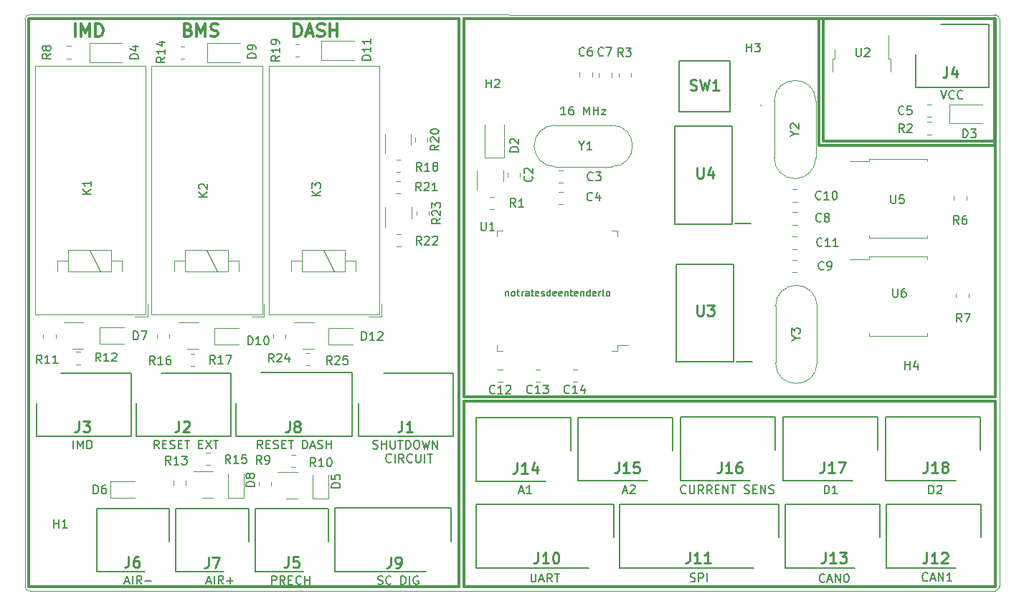
<source format=gto>
%TF.GenerationSoftware,KiCad,Pcbnew,(6.0.7)*%
%TF.CreationDate,2022-11-19T11:38:31+01:00*%
%TF.ProjectId,placamaster,706c6163-616d-4617-9374-65722e6b6963,v01*%
%TF.SameCoordinates,Original*%
%TF.FileFunction,Legend,Top*%
%TF.FilePolarity,Positive*%
%FSLAX46Y46*%
G04 Gerber Fmt 4.6, Leading zero omitted, Abs format (unit mm)*
G04 Created by KiCad (PCBNEW (6.0.7)) date 2022-11-19 11:38:31*
%MOMM*%
%LPD*%
G01*
G04 APERTURE LIST*
%ADD10C,0.300000*%
%ADD11C,0.120000*%
%ADD12C,0.150000*%
%ADD13C,0.254000*%
%ADD14C,0.200000*%
%ADD15C,0.100000*%
G04 APERTURE END LIST*
D10*
X91601600Y-80557800D02*
X154305000Y-80557800D01*
X154305000Y-80557800D02*
X154305000Y-102514400D01*
X154305000Y-102514400D02*
X91601600Y-102514400D01*
X91601600Y-102514400D02*
X91601600Y-80557800D01*
X154250000Y-35356800D02*
X134000000Y-35356800D01*
X134000000Y-35356800D02*
X134000000Y-49800000D01*
X134000000Y-49800000D02*
X154250000Y-49800000D01*
X154250000Y-49800000D02*
X154250000Y-35356800D01*
X40150000Y-35350000D02*
X91000000Y-35350000D01*
X91000000Y-35350000D02*
X91000000Y-102500000D01*
X91000000Y-102500000D02*
X40150000Y-102500000D01*
X40150000Y-102500000D02*
X40150000Y-35350000D01*
D11*
X40255171Y-34870371D02*
X154279600Y-34874200D01*
X154261858Y-102997000D02*
X40259000Y-102997000D01*
D10*
X154250000Y-35356800D02*
X133477000Y-35356800D01*
X133477000Y-35356800D02*
X133477000Y-50300000D01*
X133477000Y-50300000D02*
X154250000Y-50300000D01*
X154250000Y-50300000D02*
X154250000Y-35356800D01*
D11*
X154791400Y-35407600D02*
G75*
G03*
X154258029Y-34874200I-533400J0D01*
G01*
X133500000Y-50300000D02*
X133500000Y-50300000D01*
X133500000Y-50300000D02*
X133500000Y-50300000D01*
X133500000Y-50300000D02*
X133500000Y-50300000D01*
X133500000Y-50300000D02*
X133500000Y-50300000D01*
X40255171Y-34870371D02*
G75*
G03*
X39721771Y-35403771I29J-533429D01*
G01*
X154791429Y-35403771D02*
X154795258Y-102463600D01*
X154261858Y-102996958D02*
G75*
G03*
X154795258Y-102463600I42J533358D01*
G01*
X39725600Y-102463600D02*
G75*
G03*
X40259000Y-102997000I533400J0D01*
G01*
D10*
X91592400Y-35335400D02*
X154317000Y-35335400D01*
X154317000Y-35335400D02*
X154317000Y-80060800D01*
X154317000Y-80060800D02*
X91592400Y-80060800D01*
X91592400Y-80060800D02*
X91592400Y-35335400D01*
D11*
X39725600Y-102463600D02*
X39721771Y-35403771D01*
D12*
X117775647Y-91390742D02*
X117728028Y-91438361D01*
X117585171Y-91485980D01*
X117489933Y-91485980D01*
X117347076Y-91438361D01*
X117251838Y-91343123D01*
X117204219Y-91247885D01*
X117156600Y-91057409D01*
X117156600Y-90914552D01*
X117204219Y-90724076D01*
X117251838Y-90628838D01*
X117347076Y-90533600D01*
X117489933Y-90485980D01*
X117585171Y-90485980D01*
X117728028Y-90533600D01*
X117775647Y-90581219D01*
X118204219Y-90485980D02*
X118204219Y-91295504D01*
X118251838Y-91390742D01*
X118299457Y-91438361D01*
X118394695Y-91485980D01*
X118585171Y-91485980D01*
X118680409Y-91438361D01*
X118728028Y-91390742D01*
X118775647Y-91295504D01*
X118775647Y-90485980D01*
X119823266Y-91485980D02*
X119489933Y-91009790D01*
X119251838Y-91485980D02*
X119251838Y-90485980D01*
X119632790Y-90485980D01*
X119728028Y-90533600D01*
X119775647Y-90581219D01*
X119823266Y-90676457D01*
X119823266Y-90819314D01*
X119775647Y-90914552D01*
X119728028Y-90962171D01*
X119632790Y-91009790D01*
X119251838Y-91009790D01*
X120823266Y-91485980D02*
X120489933Y-91009790D01*
X120251838Y-91485980D02*
X120251838Y-90485980D01*
X120632790Y-90485980D01*
X120728028Y-90533600D01*
X120775647Y-90581219D01*
X120823266Y-90676457D01*
X120823266Y-90819314D01*
X120775647Y-90914552D01*
X120728028Y-90962171D01*
X120632790Y-91009790D01*
X120251838Y-91009790D01*
X121251838Y-90962171D02*
X121585171Y-90962171D01*
X121728028Y-91485980D02*
X121251838Y-91485980D01*
X121251838Y-90485980D01*
X121728028Y-90485980D01*
X122156600Y-91485980D02*
X122156600Y-90485980D01*
X122728028Y-91485980D01*
X122728028Y-90485980D01*
X123061361Y-90485980D02*
X123632790Y-90485980D01*
X123347076Y-91485980D02*
X123347076Y-90485980D01*
X124680409Y-91438361D02*
X124823266Y-91485980D01*
X125061361Y-91485980D01*
X125156600Y-91438361D01*
X125204219Y-91390742D01*
X125251838Y-91295504D01*
X125251838Y-91200266D01*
X125204219Y-91105028D01*
X125156600Y-91057409D01*
X125061361Y-91009790D01*
X124870885Y-90962171D01*
X124775647Y-90914552D01*
X124728028Y-90866933D01*
X124680409Y-90771695D01*
X124680409Y-90676457D01*
X124728028Y-90581219D01*
X124775647Y-90533600D01*
X124870885Y-90485980D01*
X125108980Y-90485980D01*
X125251838Y-90533600D01*
X125680409Y-90962171D02*
X126013742Y-90962171D01*
X126156600Y-91485980D02*
X125680409Y-91485980D01*
X125680409Y-90485980D01*
X126156600Y-90485980D01*
X126585171Y-91485980D02*
X126585171Y-90485980D01*
X127156600Y-91485980D01*
X127156600Y-90485980D01*
X127585171Y-91438361D02*
X127728028Y-91485980D01*
X127966123Y-91485980D01*
X128061361Y-91438361D01*
X128108980Y-91390742D01*
X128156600Y-91295504D01*
X128156600Y-91200266D01*
X128108980Y-91105028D01*
X128061361Y-91057409D01*
X127966123Y-91009790D01*
X127775647Y-90962171D01*
X127680409Y-90914552D01*
X127632790Y-90866933D01*
X127585171Y-90771695D01*
X127585171Y-90676457D01*
X127632790Y-90581219D01*
X127680409Y-90533600D01*
X127775647Y-90485980D01*
X128013742Y-90485980D01*
X128156600Y-90533600D01*
X134135952Y-101863342D02*
X134088333Y-101910961D01*
X133945476Y-101958580D01*
X133850238Y-101958580D01*
X133707380Y-101910961D01*
X133612142Y-101815723D01*
X133564523Y-101720485D01*
X133516904Y-101530009D01*
X133516904Y-101387152D01*
X133564523Y-101196676D01*
X133612142Y-101101438D01*
X133707380Y-101006200D01*
X133850238Y-100958580D01*
X133945476Y-100958580D01*
X134088333Y-101006200D01*
X134135952Y-101053819D01*
X134516904Y-101672866D02*
X134993095Y-101672866D01*
X134421666Y-101958580D02*
X134755000Y-100958580D01*
X135088333Y-101958580D01*
X135421666Y-101958580D02*
X135421666Y-100958580D01*
X135993095Y-101958580D01*
X135993095Y-100958580D01*
X136659761Y-100958580D02*
X136755000Y-100958580D01*
X136850238Y-101006200D01*
X136897857Y-101053819D01*
X136945476Y-101149057D01*
X136993095Y-101339533D01*
X136993095Y-101577628D01*
X136945476Y-101768104D01*
X136897857Y-101863342D01*
X136850238Y-101910961D01*
X136755000Y-101958580D01*
X136659761Y-101958580D01*
X136564523Y-101910961D01*
X136516904Y-101863342D01*
X136469285Y-101768104D01*
X136421666Y-101577628D01*
X136421666Y-101339533D01*
X136469285Y-101149057D01*
X136516904Y-101053819D01*
X136564523Y-101006200D01*
X136659761Y-100958580D01*
X80824914Y-86137561D02*
X80967771Y-86185180D01*
X81205866Y-86185180D01*
X81301104Y-86137561D01*
X81348723Y-86089942D01*
X81396342Y-85994704D01*
X81396342Y-85899466D01*
X81348723Y-85804228D01*
X81301104Y-85756609D01*
X81205866Y-85708990D01*
X81015390Y-85661371D01*
X80920152Y-85613752D01*
X80872533Y-85566133D01*
X80824914Y-85470895D01*
X80824914Y-85375657D01*
X80872533Y-85280419D01*
X80920152Y-85232800D01*
X81015390Y-85185180D01*
X81253485Y-85185180D01*
X81396342Y-85232800D01*
X81824914Y-86185180D02*
X81824914Y-85185180D01*
X81824914Y-85661371D02*
X82396342Y-85661371D01*
X82396342Y-86185180D02*
X82396342Y-85185180D01*
X82872533Y-85185180D02*
X82872533Y-85994704D01*
X82920152Y-86089942D01*
X82967771Y-86137561D01*
X83063009Y-86185180D01*
X83253485Y-86185180D01*
X83348723Y-86137561D01*
X83396342Y-86089942D01*
X83443961Y-85994704D01*
X83443961Y-85185180D01*
X83777295Y-85185180D02*
X84348723Y-85185180D01*
X84063009Y-86185180D02*
X84063009Y-85185180D01*
X84682057Y-86185180D02*
X84682057Y-85185180D01*
X84920152Y-85185180D01*
X85063009Y-85232800D01*
X85158247Y-85328038D01*
X85205866Y-85423276D01*
X85253485Y-85613752D01*
X85253485Y-85756609D01*
X85205866Y-85947085D01*
X85158247Y-86042323D01*
X85063009Y-86137561D01*
X84920152Y-86185180D01*
X84682057Y-86185180D01*
X85872533Y-85185180D02*
X86063009Y-85185180D01*
X86158247Y-85232800D01*
X86253485Y-85328038D01*
X86301104Y-85518514D01*
X86301104Y-85851847D01*
X86253485Y-86042323D01*
X86158247Y-86137561D01*
X86063009Y-86185180D01*
X85872533Y-86185180D01*
X85777295Y-86137561D01*
X85682057Y-86042323D01*
X85634438Y-85851847D01*
X85634438Y-85518514D01*
X85682057Y-85328038D01*
X85777295Y-85232800D01*
X85872533Y-85185180D01*
X86634438Y-85185180D02*
X86872533Y-86185180D01*
X87063009Y-85470895D01*
X87253485Y-86185180D01*
X87491580Y-85185180D01*
X87872533Y-86185180D02*
X87872533Y-85185180D01*
X88443961Y-86185180D01*
X88443961Y-85185180D01*
X82967771Y-87699942D02*
X82920152Y-87747561D01*
X82777295Y-87795180D01*
X82682057Y-87795180D01*
X82539200Y-87747561D01*
X82443961Y-87652323D01*
X82396342Y-87557085D01*
X82348723Y-87366609D01*
X82348723Y-87223752D01*
X82396342Y-87033276D01*
X82443961Y-86938038D01*
X82539200Y-86842800D01*
X82682057Y-86795180D01*
X82777295Y-86795180D01*
X82920152Y-86842800D01*
X82967771Y-86890419D01*
X83396342Y-87795180D02*
X83396342Y-86795180D01*
X84443961Y-87795180D02*
X84110628Y-87318990D01*
X83872533Y-87795180D02*
X83872533Y-86795180D01*
X84253485Y-86795180D01*
X84348723Y-86842800D01*
X84396342Y-86890419D01*
X84443961Y-86985657D01*
X84443961Y-87128514D01*
X84396342Y-87223752D01*
X84348723Y-87271371D01*
X84253485Y-87318990D01*
X83872533Y-87318990D01*
X85443961Y-87699942D02*
X85396342Y-87747561D01*
X85253485Y-87795180D01*
X85158247Y-87795180D01*
X85015390Y-87747561D01*
X84920152Y-87652323D01*
X84872533Y-87557085D01*
X84824914Y-87366609D01*
X84824914Y-87223752D01*
X84872533Y-87033276D01*
X84920152Y-86938038D01*
X85015390Y-86842800D01*
X85158247Y-86795180D01*
X85253485Y-86795180D01*
X85396342Y-86842800D01*
X85443961Y-86890419D01*
X85872533Y-86795180D02*
X85872533Y-87604704D01*
X85920152Y-87699942D01*
X85967771Y-87747561D01*
X86063009Y-87795180D01*
X86253485Y-87795180D01*
X86348723Y-87747561D01*
X86396342Y-87699942D01*
X86443961Y-87604704D01*
X86443961Y-86795180D01*
X86920152Y-87795180D02*
X86920152Y-86795180D01*
X87253485Y-86795180D02*
X87824914Y-86795180D01*
X87539199Y-87795180D02*
X87539199Y-86795180D01*
X96482666Y-67595771D02*
X96482666Y-68129104D01*
X96482666Y-67671961D02*
X96520761Y-67633866D01*
X96596952Y-67595771D01*
X96711238Y-67595771D01*
X96787428Y-67633866D01*
X96825523Y-67710057D01*
X96825523Y-68129104D01*
X97320761Y-68129104D02*
X97244571Y-68091009D01*
X97206476Y-68052914D01*
X97168380Y-67976723D01*
X97168380Y-67748152D01*
X97206476Y-67671961D01*
X97244571Y-67633866D01*
X97320761Y-67595771D01*
X97435047Y-67595771D01*
X97511238Y-67633866D01*
X97549333Y-67671961D01*
X97587428Y-67748152D01*
X97587428Y-67976723D01*
X97549333Y-68052914D01*
X97511238Y-68091009D01*
X97435047Y-68129104D01*
X97320761Y-68129104D01*
X97816000Y-67595771D02*
X98120761Y-67595771D01*
X97930285Y-67329104D02*
X97930285Y-68014819D01*
X97968380Y-68091009D01*
X98044571Y-68129104D01*
X98120761Y-68129104D01*
X98387428Y-68129104D02*
X98387428Y-67595771D01*
X98387428Y-67748152D02*
X98425523Y-67671961D01*
X98463619Y-67633866D01*
X98539809Y-67595771D01*
X98616000Y-67595771D01*
X99225523Y-68129104D02*
X99225523Y-67710057D01*
X99187428Y-67633866D01*
X99111238Y-67595771D01*
X98958857Y-67595771D01*
X98882666Y-67633866D01*
X99225523Y-68091009D02*
X99149333Y-68129104D01*
X98958857Y-68129104D01*
X98882666Y-68091009D01*
X98844571Y-68014819D01*
X98844571Y-67938628D01*
X98882666Y-67862438D01*
X98958857Y-67824342D01*
X99149333Y-67824342D01*
X99225523Y-67786247D01*
X99492190Y-67595771D02*
X99796952Y-67595771D01*
X99606476Y-67329104D02*
X99606476Y-68014819D01*
X99644571Y-68091009D01*
X99720761Y-68129104D01*
X99796952Y-68129104D01*
X100368380Y-68091009D02*
X100292190Y-68129104D01*
X100139809Y-68129104D01*
X100063619Y-68091009D01*
X100025523Y-68014819D01*
X100025523Y-67710057D01*
X100063619Y-67633866D01*
X100139809Y-67595771D01*
X100292190Y-67595771D01*
X100368380Y-67633866D01*
X100406476Y-67710057D01*
X100406476Y-67786247D01*
X100025523Y-67862438D01*
X100711238Y-68091009D02*
X100787428Y-68129104D01*
X100939809Y-68129104D01*
X101016000Y-68091009D01*
X101054095Y-68014819D01*
X101054095Y-67976723D01*
X101016000Y-67900533D01*
X100939809Y-67862438D01*
X100825523Y-67862438D01*
X100749333Y-67824342D01*
X100711238Y-67748152D01*
X100711238Y-67710057D01*
X100749333Y-67633866D01*
X100825523Y-67595771D01*
X100939809Y-67595771D01*
X101016000Y-67633866D01*
X101739809Y-68129104D02*
X101739809Y-67329104D01*
X101739809Y-68091009D02*
X101663619Y-68129104D01*
X101511238Y-68129104D01*
X101435047Y-68091009D01*
X101396952Y-68052914D01*
X101358857Y-67976723D01*
X101358857Y-67748152D01*
X101396952Y-67671961D01*
X101435047Y-67633866D01*
X101511238Y-67595771D01*
X101663619Y-67595771D01*
X101739809Y-67633866D01*
X102425523Y-68091009D02*
X102349333Y-68129104D01*
X102196952Y-68129104D01*
X102120761Y-68091009D01*
X102082666Y-68014819D01*
X102082666Y-67710057D01*
X102120761Y-67633866D01*
X102196952Y-67595771D01*
X102349333Y-67595771D01*
X102425523Y-67633866D01*
X102463619Y-67710057D01*
X102463619Y-67786247D01*
X102082666Y-67862438D01*
X103111238Y-68091009D02*
X103035047Y-68129104D01*
X102882666Y-68129104D01*
X102806476Y-68091009D01*
X102768380Y-68014819D01*
X102768380Y-67710057D01*
X102806476Y-67633866D01*
X102882666Y-67595771D01*
X103035047Y-67595771D01*
X103111238Y-67633866D01*
X103149333Y-67710057D01*
X103149333Y-67786247D01*
X102768380Y-67862438D01*
X103492190Y-67595771D02*
X103492190Y-68129104D01*
X103492190Y-67671961D02*
X103530285Y-67633866D01*
X103606476Y-67595771D01*
X103720761Y-67595771D01*
X103796952Y-67633866D01*
X103835047Y-67710057D01*
X103835047Y-68129104D01*
X104101714Y-67595771D02*
X104406476Y-67595771D01*
X104216000Y-67329104D02*
X104216000Y-68014819D01*
X104254095Y-68091009D01*
X104330285Y-68129104D01*
X104406476Y-68129104D01*
X104977904Y-68091009D02*
X104901714Y-68129104D01*
X104749333Y-68129104D01*
X104673142Y-68091009D01*
X104635047Y-68014819D01*
X104635047Y-67710057D01*
X104673142Y-67633866D01*
X104749333Y-67595771D01*
X104901714Y-67595771D01*
X104977904Y-67633866D01*
X105016000Y-67710057D01*
X105016000Y-67786247D01*
X104635047Y-67862438D01*
X105358857Y-67595771D02*
X105358857Y-68129104D01*
X105358857Y-67671961D02*
X105396952Y-67633866D01*
X105473142Y-67595771D01*
X105587428Y-67595771D01*
X105663619Y-67633866D01*
X105701714Y-67710057D01*
X105701714Y-68129104D01*
X106425523Y-68129104D02*
X106425523Y-67329104D01*
X106425523Y-68091009D02*
X106349333Y-68129104D01*
X106196952Y-68129104D01*
X106120761Y-68091009D01*
X106082666Y-68052914D01*
X106044571Y-67976723D01*
X106044571Y-67748152D01*
X106082666Y-67671961D01*
X106120761Y-67633866D01*
X106196952Y-67595771D01*
X106349333Y-67595771D01*
X106425523Y-67633866D01*
X107111238Y-68091009D02*
X107035047Y-68129104D01*
X106882666Y-68129104D01*
X106806476Y-68091009D01*
X106768380Y-68014819D01*
X106768380Y-67710057D01*
X106806476Y-67633866D01*
X106882666Y-67595771D01*
X107035047Y-67595771D01*
X107111238Y-67633866D01*
X107149333Y-67710057D01*
X107149333Y-67786247D01*
X106768380Y-67862438D01*
X107492190Y-68129104D02*
X107492190Y-67595771D01*
X107492190Y-67748152D02*
X107530285Y-67671961D01*
X107568380Y-67633866D01*
X107644571Y-67595771D01*
X107720761Y-67595771D01*
X108101714Y-68129104D02*
X108025523Y-68091009D01*
X107987428Y-68014819D01*
X107987428Y-67329104D01*
X108520761Y-68129104D02*
X108444571Y-68091009D01*
X108406476Y-68052914D01*
X108368380Y-67976723D01*
X108368380Y-67748152D01*
X108406476Y-67671961D01*
X108444571Y-67633866D01*
X108520761Y-67595771D01*
X108635047Y-67595771D01*
X108711238Y-67633866D01*
X108749333Y-67671961D01*
X108787428Y-67748152D01*
X108787428Y-67976723D01*
X108749333Y-68052914D01*
X108711238Y-68091009D01*
X108635047Y-68129104D01*
X108520761Y-68129104D01*
X51541561Y-101893666D02*
X52017752Y-101893666D01*
X51446323Y-102179380D02*
X51779657Y-101179380D01*
X52112990Y-102179380D01*
X52446323Y-102179380D02*
X52446323Y-101179380D01*
X53493942Y-102179380D02*
X53160609Y-101703190D01*
X52922514Y-102179380D02*
X52922514Y-101179380D01*
X53303466Y-101179380D01*
X53398704Y-101227000D01*
X53446323Y-101274619D01*
X53493942Y-101369857D01*
X53493942Y-101512714D01*
X53446323Y-101607952D01*
X53398704Y-101655571D01*
X53303466Y-101703190D01*
X52922514Y-101703190D01*
X53922514Y-101798428D02*
X54684419Y-101798428D01*
X110334514Y-91172466D02*
X110810704Y-91172466D01*
X110239276Y-91458180D02*
X110572609Y-90458180D01*
X110905942Y-91458180D01*
X111191657Y-90553419D02*
X111239276Y-90505800D01*
X111334514Y-90458180D01*
X111572609Y-90458180D01*
X111667847Y-90505800D01*
X111715466Y-90553419D01*
X111763085Y-90648657D01*
X111763085Y-90743895D01*
X111715466Y-90886752D01*
X111144038Y-91458180D01*
X111763085Y-91458180D01*
X118279990Y-101852361D02*
X118422847Y-101899980D01*
X118660942Y-101899980D01*
X118756180Y-101852361D01*
X118803800Y-101804742D01*
X118851419Y-101709504D01*
X118851419Y-101614266D01*
X118803800Y-101519028D01*
X118756180Y-101471409D01*
X118660942Y-101423790D01*
X118470466Y-101376171D01*
X118375228Y-101328552D01*
X118327609Y-101280933D01*
X118279990Y-101185695D01*
X118279990Y-101090457D01*
X118327609Y-100995219D01*
X118375228Y-100947600D01*
X118470466Y-100899980D01*
X118708561Y-100899980D01*
X118851419Y-100947600D01*
X119279990Y-101899980D02*
X119279990Y-100899980D01*
X119660942Y-100899980D01*
X119756180Y-100947600D01*
X119803800Y-100995219D01*
X119851419Y-101090457D01*
X119851419Y-101233314D01*
X119803800Y-101328552D01*
X119756180Y-101376171D01*
X119660942Y-101423790D01*
X119279990Y-101423790D01*
X120279990Y-101899980D02*
X120279990Y-100899980D01*
X67789895Y-86177380D02*
X67456561Y-85701190D01*
X67218466Y-86177380D02*
X67218466Y-85177380D01*
X67599419Y-85177380D01*
X67694657Y-85225000D01*
X67742276Y-85272619D01*
X67789895Y-85367857D01*
X67789895Y-85510714D01*
X67742276Y-85605952D01*
X67694657Y-85653571D01*
X67599419Y-85701190D01*
X67218466Y-85701190D01*
X68218466Y-85653571D02*
X68551800Y-85653571D01*
X68694657Y-86177380D02*
X68218466Y-86177380D01*
X68218466Y-85177380D01*
X68694657Y-85177380D01*
X69075609Y-86129761D02*
X69218466Y-86177380D01*
X69456561Y-86177380D01*
X69551800Y-86129761D01*
X69599419Y-86082142D01*
X69647038Y-85986904D01*
X69647038Y-85891666D01*
X69599419Y-85796428D01*
X69551800Y-85748809D01*
X69456561Y-85701190D01*
X69266085Y-85653571D01*
X69170847Y-85605952D01*
X69123228Y-85558333D01*
X69075609Y-85463095D01*
X69075609Y-85367857D01*
X69123228Y-85272619D01*
X69170847Y-85225000D01*
X69266085Y-85177380D01*
X69504180Y-85177380D01*
X69647038Y-85225000D01*
X70075609Y-85653571D02*
X70408942Y-85653571D01*
X70551800Y-86177380D02*
X70075609Y-86177380D01*
X70075609Y-85177380D01*
X70551800Y-85177380D01*
X70837514Y-85177380D02*
X71408942Y-85177380D01*
X71123228Y-86177380D02*
X71123228Y-85177380D01*
X72504180Y-86177380D02*
X72504180Y-85177380D01*
X72742276Y-85177380D01*
X72885133Y-85225000D01*
X72980371Y-85320238D01*
X73027990Y-85415476D01*
X73075609Y-85605952D01*
X73075609Y-85748809D01*
X73027990Y-85939285D01*
X72980371Y-86034523D01*
X72885133Y-86129761D01*
X72742276Y-86177380D01*
X72504180Y-86177380D01*
X73456561Y-85891666D02*
X73932752Y-85891666D01*
X73361323Y-86177380D02*
X73694657Y-85177380D01*
X74027990Y-86177380D01*
X74313704Y-86129761D02*
X74456561Y-86177380D01*
X74694657Y-86177380D01*
X74789895Y-86129761D01*
X74837514Y-86082142D01*
X74885133Y-85986904D01*
X74885133Y-85891666D01*
X74837514Y-85796428D01*
X74789895Y-85748809D01*
X74694657Y-85701190D01*
X74504180Y-85653571D01*
X74408942Y-85605952D01*
X74361323Y-85558333D01*
X74313704Y-85463095D01*
X74313704Y-85367857D01*
X74361323Y-85272619D01*
X74408942Y-85225000D01*
X74504180Y-85177380D01*
X74742276Y-85177380D01*
X74885133Y-85225000D01*
X75313704Y-86177380D02*
X75313704Y-85177380D01*
X75313704Y-85653571D02*
X75885133Y-85653571D01*
X75885133Y-86177380D02*
X75885133Y-85177380D01*
X134110504Y-91511380D02*
X134110504Y-90511380D01*
X134348600Y-90511380D01*
X134491457Y-90559000D01*
X134586695Y-90654238D01*
X134634314Y-90749476D01*
X134681933Y-90939952D01*
X134681933Y-91082809D01*
X134634314Y-91273285D01*
X134586695Y-91368523D01*
X134491457Y-91463761D01*
X134348600Y-91511380D01*
X134110504Y-91511380D01*
X135634314Y-91511380D02*
X135062885Y-91511380D01*
X135348600Y-91511380D02*
X135348600Y-90511380D01*
X135253361Y-90654238D01*
X135158123Y-90749476D01*
X135062885Y-90797095D01*
X45445171Y-86177380D02*
X45445171Y-85177380D01*
X45921361Y-86177380D02*
X45921361Y-85177380D01*
X46254695Y-85891666D01*
X46588028Y-85177380D01*
X46588028Y-86177380D01*
X47064219Y-86177380D02*
X47064219Y-85177380D01*
X47302314Y-85177380D01*
X47445171Y-85225000D01*
X47540409Y-85320238D01*
X47588028Y-85415476D01*
X47635647Y-85605952D01*
X47635647Y-85748809D01*
X47588028Y-85939285D01*
X47540409Y-86034523D01*
X47445171Y-86129761D01*
X47302314Y-86177380D01*
X47064219Y-86177380D01*
X146454904Y-91511380D02*
X146454904Y-90511380D01*
X146693000Y-90511380D01*
X146835857Y-90559000D01*
X146931095Y-90654238D01*
X146978714Y-90749476D01*
X147026333Y-90939952D01*
X147026333Y-91082809D01*
X146978714Y-91273285D01*
X146931095Y-91368523D01*
X146835857Y-91463761D01*
X146693000Y-91511380D01*
X146454904Y-91511380D01*
X147407285Y-90606619D02*
X147454904Y-90559000D01*
X147550142Y-90511380D01*
X147788238Y-90511380D01*
X147883476Y-90559000D01*
X147931095Y-90606619D01*
X147978714Y-90701857D01*
X147978714Y-90797095D01*
X147931095Y-90939952D01*
X147359666Y-91511380D01*
X147978714Y-91511380D01*
X99496761Y-100925380D02*
X99496761Y-101734904D01*
X99544380Y-101830142D01*
X99592000Y-101877761D01*
X99687238Y-101925380D01*
X99877714Y-101925380D01*
X99972952Y-101877761D01*
X100020571Y-101830142D01*
X100068190Y-101734904D01*
X100068190Y-100925380D01*
X100496761Y-101639666D02*
X100972952Y-101639666D01*
X100401523Y-101925380D02*
X100734857Y-100925380D01*
X101068190Y-101925380D01*
X101972952Y-101925380D02*
X101639619Y-101449190D01*
X101401523Y-101925380D02*
X101401523Y-100925380D01*
X101782476Y-100925380D01*
X101877714Y-100973000D01*
X101925333Y-101020619D01*
X101972952Y-101115857D01*
X101972952Y-101258714D01*
X101925333Y-101353952D01*
X101877714Y-101401571D01*
X101782476Y-101449190D01*
X101401523Y-101449190D01*
X102258666Y-100925380D02*
X102830095Y-100925380D01*
X102544380Y-101925380D02*
X102544380Y-100925380D01*
X81389838Y-102157161D02*
X81532695Y-102204780D01*
X81770790Y-102204780D01*
X81866028Y-102157161D01*
X81913647Y-102109542D01*
X81961266Y-102014304D01*
X81961266Y-101919066D01*
X81913647Y-101823828D01*
X81866028Y-101776209D01*
X81770790Y-101728590D01*
X81580314Y-101680971D01*
X81485076Y-101633352D01*
X81437457Y-101585733D01*
X81389838Y-101490495D01*
X81389838Y-101395257D01*
X81437457Y-101300019D01*
X81485076Y-101252400D01*
X81580314Y-101204780D01*
X81818409Y-101204780D01*
X81961266Y-101252400D01*
X82961266Y-102109542D02*
X82913647Y-102157161D01*
X82770790Y-102204780D01*
X82675552Y-102204780D01*
X82532695Y-102157161D01*
X82437457Y-102061923D01*
X82389838Y-101966685D01*
X82342219Y-101776209D01*
X82342219Y-101633352D01*
X82389838Y-101442876D01*
X82437457Y-101347638D01*
X82532695Y-101252400D01*
X82675552Y-101204780D01*
X82770790Y-101204780D01*
X82913647Y-101252400D01*
X82961266Y-101300019D01*
X84151742Y-102204780D02*
X84151742Y-101204780D01*
X84389838Y-101204780D01*
X84532695Y-101252400D01*
X84627933Y-101347638D01*
X84675552Y-101442876D01*
X84723171Y-101633352D01*
X84723171Y-101776209D01*
X84675552Y-101966685D01*
X84627933Y-102061923D01*
X84532695Y-102157161D01*
X84389838Y-102204780D01*
X84151742Y-102204780D01*
X85151742Y-102204780D02*
X85151742Y-101204780D01*
X86151742Y-101252400D02*
X86056504Y-101204780D01*
X85913647Y-101204780D01*
X85770790Y-101252400D01*
X85675552Y-101347638D01*
X85627933Y-101442876D01*
X85580314Y-101633352D01*
X85580314Y-101776209D01*
X85627933Y-101966685D01*
X85675552Y-102061923D01*
X85770790Y-102157161D01*
X85913647Y-102204780D01*
X86008885Y-102204780D01*
X86151742Y-102157161D01*
X86199361Y-102109542D01*
X86199361Y-101776209D01*
X86008885Y-101776209D01*
D10*
X71530685Y-37457771D02*
X71530685Y-35957771D01*
X71887828Y-35957771D01*
X72102114Y-36029200D01*
X72244971Y-36172057D01*
X72316400Y-36314914D01*
X72387828Y-36600628D01*
X72387828Y-36814914D01*
X72316400Y-37100628D01*
X72244971Y-37243485D01*
X72102114Y-37386342D01*
X71887828Y-37457771D01*
X71530685Y-37457771D01*
X72959257Y-37029200D02*
X73673542Y-37029200D01*
X72816400Y-37457771D02*
X73316400Y-35957771D01*
X73816400Y-37457771D01*
X74244971Y-37386342D02*
X74459257Y-37457771D01*
X74816400Y-37457771D01*
X74959257Y-37386342D01*
X75030685Y-37314914D01*
X75102114Y-37172057D01*
X75102114Y-37029200D01*
X75030685Y-36886342D01*
X74959257Y-36814914D01*
X74816400Y-36743485D01*
X74530685Y-36672057D01*
X74387828Y-36600628D01*
X74316400Y-36529200D01*
X74244971Y-36386342D01*
X74244971Y-36243485D01*
X74316400Y-36100628D01*
X74387828Y-36029200D01*
X74530685Y-35957771D01*
X74887828Y-35957771D01*
X75102114Y-36029200D01*
X75744971Y-37457771D02*
X75744971Y-35957771D01*
X75744971Y-36672057D02*
X76602114Y-36672057D01*
X76602114Y-37457771D02*
X76602114Y-35957771D01*
D12*
X61193561Y-101893666D02*
X61669752Y-101893666D01*
X61098323Y-102179380D02*
X61431657Y-101179380D01*
X61764990Y-102179380D01*
X62098323Y-102179380D02*
X62098323Y-101179380D01*
X63145942Y-102179380D02*
X62812609Y-101703190D01*
X62574514Y-102179380D02*
X62574514Y-101179380D01*
X62955466Y-101179380D01*
X63050704Y-101227000D01*
X63098323Y-101274619D01*
X63145942Y-101369857D01*
X63145942Y-101512714D01*
X63098323Y-101607952D01*
X63050704Y-101655571D01*
X62955466Y-101703190D01*
X62574514Y-101703190D01*
X63574514Y-101798428D02*
X64336419Y-101798428D01*
X63955466Y-102179380D02*
X63955466Y-101417476D01*
D10*
X59002914Y-36672057D02*
X59217200Y-36743485D01*
X59288628Y-36814914D01*
X59360057Y-36957771D01*
X59360057Y-37172057D01*
X59288628Y-37314914D01*
X59217200Y-37386342D01*
X59074342Y-37457771D01*
X58502914Y-37457771D01*
X58502914Y-35957771D01*
X59002914Y-35957771D01*
X59145771Y-36029200D01*
X59217200Y-36100628D01*
X59288628Y-36243485D01*
X59288628Y-36386342D01*
X59217200Y-36529200D01*
X59145771Y-36600628D01*
X59002914Y-36672057D01*
X58502914Y-36672057D01*
X60002914Y-37457771D02*
X60002914Y-35957771D01*
X60502914Y-37029200D01*
X61002914Y-35957771D01*
X61002914Y-37457771D01*
X61645771Y-37386342D02*
X61860057Y-37457771D01*
X62217200Y-37457771D01*
X62360057Y-37386342D01*
X62431485Y-37314914D01*
X62502914Y-37172057D01*
X62502914Y-37029200D01*
X62431485Y-36886342D01*
X62360057Y-36814914D01*
X62217200Y-36743485D01*
X61931485Y-36672057D01*
X61788628Y-36600628D01*
X61717200Y-36529200D01*
X61645771Y-36386342D01*
X61645771Y-36243485D01*
X61717200Y-36100628D01*
X61788628Y-36029200D01*
X61931485Y-35957771D01*
X62288628Y-35957771D01*
X62502914Y-36029200D01*
X45652057Y-37457771D02*
X45652057Y-35957771D01*
X46366342Y-37457771D02*
X46366342Y-35957771D01*
X46866342Y-37029200D01*
X47366342Y-35957771D01*
X47366342Y-37457771D01*
X48080628Y-37457771D02*
X48080628Y-35957771D01*
X48437771Y-35957771D01*
X48652057Y-36029200D01*
X48794914Y-36172057D01*
X48866342Y-36314914D01*
X48937771Y-36600628D01*
X48937771Y-36814914D01*
X48866342Y-37100628D01*
X48794914Y-37243485D01*
X48652057Y-37386342D01*
X48437771Y-37457771D01*
X48080628Y-37457771D01*
D12*
X147866266Y-43826180D02*
X148199600Y-44826180D01*
X148532933Y-43826180D01*
X149437695Y-44730942D02*
X149390076Y-44778561D01*
X149247219Y-44826180D01*
X149151980Y-44826180D01*
X149009123Y-44778561D01*
X148913885Y-44683323D01*
X148866266Y-44588085D01*
X148818647Y-44397609D01*
X148818647Y-44254752D01*
X148866266Y-44064276D01*
X148913885Y-43969038D01*
X149009123Y-43873800D01*
X149151980Y-43826180D01*
X149247219Y-43826180D01*
X149390076Y-43873800D01*
X149437695Y-43921419D01*
X150437695Y-44730942D02*
X150390076Y-44778561D01*
X150247219Y-44826180D01*
X150151980Y-44826180D01*
X150009123Y-44778561D01*
X149913885Y-44683323D01*
X149866266Y-44588085D01*
X149818647Y-44397609D01*
X149818647Y-44254752D01*
X149866266Y-44064276D01*
X149913885Y-43969038D01*
X150009123Y-43873800D01*
X150151980Y-43826180D01*
X150247219Y-43826180D01*
X150390076Y-43873800D01*
X150437695Y-43921419D01*
X68849452Y-102204780D02*
X68849452Y-101204780D01*
X69230405Y-101204780D01*
X69325643Y-101252400D01*
X69373262Y-101300019D01*
X69420881Y-101395257D01*
X69420881Y-101538114D01*
X69373262Y-101633352D01*
X69325643Y-101680971D01*
X69230405Y-101728590D01*
X68849452Y-101728590D01*
X70420881Y-102204780D02*
X70087548Y-101728590D01*
X69849452Y-102204780D02*
X69849452Y-101204780D01*
X70230405Y-101204780D01*
X70325643Y-101252400D01*
X70373262Y-101300019D01*
X70420881Y-101395257D01*
X70420881Y-101538114D01*
X70373262Y-101633352D01*
X70325643Y-101680971D01*
X70230405Y-101728590D01*
X69849452Y-101728590D01*
X70849452Y-101680971D02*
X71182786Y-101680971D01*
X71325643Y-102204780D02*
X70849452Y-102204780D01*
X70849452Y-101204780D01*
X71325643Y-101204780D01*
X72325643Y-102109542D02*
X72278024Y-102157161D01*
X72135167Y-102204780D01*
X72039928Y-102204780D01*
X71897071Y-102157161D01*
X71801833Y-102061923D01*
X71754214Y-101966685D01*
X71706595Y-101776209D01*
X71706595Y-101633352D01*
X71754214Y-101442876D01*
X71801833Y-101347638D01*
X71897071Y-101252400D01*
X72039928Y-101204780D01*
X72135167Y-101204780D01*
X72278024Y-101252400D01*
X72325643Y-101300019D01*
X72754214Y-102204780D02*
X72754214Y-101204780D01*
X72754214Y-101680971D02*
X73325643Y-101680971D01*
X73325643Y-102204780D02*
X73325643Y-101204780D01*
X55556542Y-86177380D02*
X55223209Y-85701190D01*
X54985114Y-86177380D02*
X54985114Y-85177380D01*
X55366066Y-85177380D01*
X55461304Y-85225000D01*
X55508923Y-85272619D01*
X55556542Y-85367857D01*
X55556542Y-85510714D01*
X55508923Y-85605952D01*
X55461304Y-85653571D01*
X55366066Y-85701190D01*
X54985114Y-85701190D01*
X55985114Y-85653571D02*
X56318447Y-85653571D01*
X56461304Y-86177380D02*
X55985114Y-86177380D01*
X55985114Y-85177380D01*
X56461304Y-85177380D01*
X56842257Y-86129761D02*
X56985114Y-86177380D01*
X57223209Y-86177380D01*
X57318447Y-86129761D01*
X57366066Y-86082142D01*
X57413685Y-85986904D01*
X57413685Y-85891666D01*
X57366066Y-85796428D01*
X57318447Y-85748809D01*
X57223209Y-85701190D01*
X57032733Y-85653571D01*
X56937495Y-85605952D01*
X56889876Y-85558333D01*
X56842257Y-85463095D01*
X56842257Y-85367857D01*
X56889876Y-85272619D01*
X56937495Y-85225000D01*
X57032733Y-85177380D01*
X57270828Y-85177380D01*
X57413685Y-85225000D01*
X57842257Y-85653571D02*
X58175590Y-85653571D01*
X58318447Y-86177380D02*
X57842257Y-86177380D01*
X57842257Y-85177380D01*
X58318447Y-85177380D01*
X58604161Y-85177380D02*
X59175590Y-85177380D01*
X58889876Y-86177380D02*
X58889876Y-85177380D01*
X60270828Y-85653571D02*
X60604161Y-85653571D01*
X60747019Y-86177380D02*
X60270828Y-86177380D01*
X60270828Y-85177380D01*
X60747019Y-85177380D01*
X61080352Y-85177380D02*
X61747019Y-86177380D01*
X61747019Y-85177380D02*
X61080352Y-86177380D01*
X61985114Y-85177380D02*
X62556542Y-85177380D01*
X62270828Y-86177380D02*
X62270828Y-85177380D01*
X98091714Y-91200266D02*
X98567904Y-91200266D01*
X97996476Y-91485980D02*
X98329809Y-90485980D01*
X98663142Y-91485980D01*
X99520285Y-91485980D02*
X98948857Y-91485980D01*
X99234571Y-91485980D02*
X99234571Y-90485980D01*
X99139333Y-90628838D01*
X99044095Y-90724076D01*
X98948857Y-90771695D01*
X146302552Y-101728542D02*
X146254933Y-101776161D01*
X146112076Y-101823780D01*
X146016838Y-101823780D01*
X145873980Y-101776161D01*
X145778742Y-101680923D01*
X145731123Y-101585685D01*
X145683504Y-101395209D01*
X145683504Y-101252352D01*
X145731123Y-101061876D01*
X145778742Y-100966638D01*
X145873980Y-100871400D01*
X146016838Y-100823780D01*
X146112076Y-100823780D01*
X146254933Y-100871400D01*
X146302552Y-100919019D01*
X146683504Y-101538066D02*
X147159695Y-101538066D01*
X146588266Y-101823780D02*
X146921600Y-100823780D01*
X147254933Y-101823780D01*
X147588266Y-101823780D02*
X147588266Y-100823780D01*
X148159695Y-101823780D01*
X148159695Y-100823780D01*
X149159695Y-101823780D02*
X148588266Y-101823780D01*
X148873980Y-101823780D02*
X148873980Y-100823780D01*
X148778742Y-100966638D01*
X148683504Y-101061876D01*
X148588266Y-101109495D01*
%TO.C,H3*%
X124942695Y-39263580D02*
X124942695Y-38263580D01*
X124942695Y-38739771D02*
X125514123Y-38739771D01*
X125514123Y-39263580D02*
X125514123Y-38263580D01*
X125895076Y-38263580D02*
X126514123Y-38263580D01*
X126180790Y-38644533D01*
X126323647Y-38644533D01*
X126418885Y-38692152D01*
X126466504Y-38739771D01*
X126514123Y-38835009D01*
X126514123Y-39073104D01*
X126466504Y-39168342D01*
X126418885Y-39215961D01*
X126323647Y-39263580D01*
X126037933Y-39263580D01*
X125942695Y-39215961D01*
X125895076Y-39168342D01*
D13*
%TO.C,J5*%
X70823666Y-98948723D02*
X70823666Y-99855866D01*
X70763190Y-100037295D01*
X70642238Y-100158247D01*
X70460809Y-100218723D01*
X70339857Y-100218723D01*
X72033190Y-98948723D02*
X71428428Y-98948723D01*
X71367952Y-99553485D01*
X71428428Y-99493009D01*
X71549380Y-99432533D01*
X71851761Y-99432533D01*
X71972714Y-99493009D01*
X72033190Y-99553485D01*
X72093666Y-99674438D01*
X72093666Y-99976819D01*
X72033190Y-100097771D01*
X71972714Y-100158247D01*
X71851761Y-100218723D01*
X71549380Y-100218723D01*
X71428428Y-100158247D01*
X71367952Y-100097771D01*
%TO.C,J13*%
X134226904Y-98415323D02*
X134226904Y-99322466D01*
X134166428Y-99503895D01*
X134045476Y-99624847D01*
X133864047Y-99685323D01*
X133743095Y-99685323D01*
X135496904Y-99685323D02*
X134771190Y-99685323D01*
X135134047Y-99685323D02*
X135134047Y-98415323D01*
X135013095Y-98596752D01*
X134892142Y-98717704D01*
X134771190Y-98778180D01*
X135920238Y-98415323D02*
X136706428Y-98415323D01*
X136283095Y-98899133D01*
X136464523Y-98899133D01*
X136585476Y-98959609D01*
X136645952Y-99020085D01*
X136706428Y-99141038D01*
X136706428Y-99443419D01*
X136645952Y-99564371D01*
X136585476Y-99624847D01*
X136464523Y-99685323D01*
X136101666Y-99685323D01*
X135980714Y-99624847D01*
X135920238Y-99564371D01*
%TO.C,J12*%
X146190304Y-98440723D02*
X146190304Y-99347866D01*
X146129828Y-99529295D01*
X146008876Y-99650247D01*
X145827447Y-99710723D01*
X145706495Y-99710723D01*
X147460304Y-99710723D02*
X146734590Y-99710723D01*
X147097447Y-99710723D02*
X147097447Y-98440723D01*
X146976495Y-98622152D01*
X146855542Y-98743104D01*
X146734590Y-98803580D01*
X147944114Y-98561676D02*
X148004590Y-98501200D01*
X148125542Y-98440723D01*
X148427923Y-98440723D01*
X148548876Y-98501200D01*
X148609352Y-98561676D01*
X148669828Y-98682628D01*
X148669828Y-98803580D01*
X148609352Y-98985009D01*
X147883638Y-99710723D01*
X148669828Y-99710723D01*
%TO.C,J16*%
X121933304Y-87772723D02*
X121933304Y-88679866D01*
X121872828Y-88861295D01*
X121751876Y-88982247D01*
X121570447Y-89042723D01*
X121449495Y-89042723D01*
X123203304Y-89042723D02*
X122477590Y-89042723D01*
X122840447Y-89042723D02*
X122840447Y-87772723D01*
X122719495Y-87954152D01*
X122598542Y-88075104D01*
X122477590Y-88135580D01*
X124291876Y-87772723D02*
X124049971Y-87772723D01*
X123929019Y-87833200D01*
X123868542Y-87893676D01*
X123747590Y-88075104D01*
X123687114Y-88317009D01*
X123687114Y-88800819D01*
X123747590Y-88921771D01*
X123808066Y-88982247D01*
X123929019Y-89042723D01*
X124170923Y-89042723D01*
X124291876Y-88982247D01*
X124352352Y-88921771D01*
X124412828Y-88800819D01*
X124412828Y-88498438D01*
X124352352Y-88377485D01*
X124291876Y-88317009D01*
X124170923Y-88256533D01*
X123929019Y-88256533D01*
X123808066Y-88317009D01*
X123747590Y-88377485D01*
X123687114Y-88498438D01*
D12*
%TO.C,C10*%
X133705742Y-56627742D02*
X133658123Y-56675361D01*
X133515266Y-56722980D01*
X133420028Y-56722980D01*
X133277171Y-56675361D01*
X133181933Y-56580123D01*
X133134314Y-56484885D01*
X133086695Y-56294409D01*
X133086695Y-56151552D01*
X133134314Y-55961076D01*
X133181933Y-55865838D01*
X133277171Y-55770600D01*
X133420028Y-55722980D01*
X133515266Y-55722980D01*
X133658123Y-55770600D01*
X133705742Y-55818219D01*
X134658123Y-56722980D02*
X134086695Y-56722980D01*
X134372409Y-56722980D02*
X134372409Y-55722980D01*
X134277171Y-55865838D01*
X134181933Y-55961076D01*
X134086695Y-56008695D01*
X135277171Y-55722980D02*
X135372409Y-55722980D01*
X135467647Y-55770600D01*
X135515266Y-55818219D01*
X135562885Y-55913457D01*
X135610504Y-56103933D01*
X135610504Y-56342028D01*
X135562885Y-56532504D01*
X135515266Y-56627742D01*
X135467647Y-56675361D01*
X135372409Y-56722980D01*
X135277171Y-56722980D01*
X135181933Y-56675361D01*
X135134314Y-56627742D01*
X135086695Y-56532504D01*
X135039076Y-56342028D01*
X135039076Y-56103933D01*
X135086695Y-55913457D01*
X135134314Y-55818219D01*
X135181933Y-55770600D01*
X135277171Y-55722980D01*
%TO.C,R22*%
X86543942Y-62063180D02*
X86210609Y-61586990D01*
X85972514Y-62063180D02*
X85972514Y-61063180D01*
X86353466Y-61063180D01*
X86448704Y-61110800D01*
X86496323Y-61158419D01*
X86543942Y-61253657D01*
X86543942Y-61396514D01*
X86496323Y-61491752D01*
X86448704Y-61539371D01*
X86353466Y-61586990D01*
X85972514Y-61586990D01*
X86924895Y-61158419D02*
X86972514Y-61110800D01*
X87067752Y-61063180D01*
X87305847Y-61063180D01*
X87401085Y-61110800D01*
X87448704Y-61158419D01*
X87496323Y-61253657D01*
X87496323Y-61348895D01*
X87448704Y-61491752D01*
X86877276Y-62063180D01*
X87496323Y-62063180D01*
X87877276Y-61158419D02*
X87924895Y-61110800D01*
X88020133Y-61063180D01*
X88258228Y-61063180D01*
X88353466Y-61110800D01*
X88401085Y-61158419D01*
X88448704Y-61253657D01*
X88448704Y-61348895D01*
X88401085Y-61491752D01*
X87829657Y-62063180D01*
X88448704Y-62063180D01*
%TO.C,R2*%
X143506533Y-48787780D02*
X143173200Y-48311590D01*
X142935104Y-48787780D02*
X142935104Y-47787780D01*
X143316057Y-47787780D01*
X143411295Y-47835400D01*
X143458914Y-47883019D01*
X143506533Y-47978257D01*
X143506533Y-48121114D01*
X143458914Y-48216352D01*
X143411295Y-48263971D01*
X143316057Y-48311590D01*
X142935104Y-48311590D01*
X143887485Y-47883019D02*
X143935104Y-47835400D01*
X144030342Y-47787780D01*
X144268438Y-47787780D01*
X144363676Y-47835400D01*
X144411295Y-47883019D01*
X144458914Y-47978257D01*
X144458914Y-48073495D01*
X144411295Y-48216352D01*
X143839866Y-48787780D01*
X144458914Y-48787780D01*
%TO.C,C6*%
X105783333Y-39657142D02*
X105735714Y-39704761D01*
X105592857Y-39752380D01*
X105497619Y-39752380D01*
X105354761Y-39704761D01*
X105259523Y-39609523D01*
X105211904Y-39514285D01*
X105164285Y-39323809D01*
X105164285Y-39180952D01*
X105211904Y-38990476D01*
X105259523Y-38895238D01*
X105354761Y-38800000D01*
X105497619Y-38752380D01*
X105592857Y-38752380D01*
X105735714Y-38800000D01*
X105783333Y-38847619D01*
X106640476Y-38752380D02*
X106450000Y-38752380D01*
X106354761Y-38800000D01*
X106307142Y-38847619D01*
X106211904Y-38990476D01*
X106164285Y-39180952D01*
X106164285Y-39561904D01*
X106211904Y-39657142D01*
X106259523Y-39704761D01*
X106354761Y-39752380D01*
X106545238Y-39752380D01*
X106640476Y-39704761D01*
X106688095Y-39657142D01*
X106735714Y-39561904D01*
X106735714Y-39323809D01*
X106688095Y-39228571D01*
X106640476Y-39180952D01*
X106545238Y-39133333D01*
X106354761Y-39133333D01*
X106259523Y-39180952D01*
X106211904Y-39228571D01*
X106164285Y-39323809D01*
D13*
%TO.C,J18*%
X146241104Y-87747323D02*
X146241104Y-88654466D01*
X146180628Y-88835895D01*
X146059676Y-88956847D01*
X145878247Y-89017323D01*
X145757295Y-89017323D01*
X147511104Y-89017323D02*
X146785390Y-89017323D01*
X147148247Y-89017323D02*
X147148247Y-87747323D01*
X147027295Y-87928752D01*
X146906342Y-88049704D01*
X146785390Y-88110180D01*
X148236819Y-88291609D02*
X148115866Y-88231133D01*
X148055390Y-88170657D01*
X147994914Y-88049704D01*
X147994914Y-87989228D01*
X148055390Y-87868276D01*
X148115866Y-87807800D01*
X148236819Y-87747323D01*
X148478723Y-87747323D01*
X148599676Y-87807800D01*
X148660152Y-87868276D01*
X148720628Y-87989228D01*
X148720628Y-88049704D01*
X148660152Y-88170657D01*
X148599676Y-88231133D01*
X148478723Y-88291609D01*
X148236819Y-88291609D01*
X148115866Y-88352085D01*
X148055390Y-88412561D01*
X147994914Y-88533514D01*
X147994914Y-88775419D01*
X148055390Y-88896371D01*
X148115866Y-88956847D01*
X148236819Y-89017323D01*
X148478723Y-89017323D01*
X148599676Y-88956847D01*
X148660152Y-88896371D01*
X148720628Y-88775419D01*
X148720628Y-88533514D01*
X148660152Y-88412561D01*
X148599676Y-88352085D01*
X148478723Y-88291609D01*
D12*
%TO.C,C11*%
X133838842Y-62161642D02*
X133791223Y-62209261D01*
X133648366Y-62256880D01*
X133553128Y-62256880D01*
X133410271Y-62209261D01*
X133315033Y-62114023D01*
X133267414Y-62018785D01*
X133219795Y-61828309D01*
X133219795Y-61685452D01*
X133267414Y-61494976D01*
X133315033Y-61399738D01*
X133410271Y-61304500D01*
X133553128Y-61256880D01*
X133648366Y-61256880D01*
X133791223Y-61304500D01*
X133838842Y-61352119D01*
X134791223Y-62256880D02*
X134219795Y-62256880D01*
X134505509Y-62256880D02*
X134505509Y-61256880D01*
X134410271Y-61399738D01*
X134315033Y-61494976D01*
X134219795Y-61542595D01*
X135743604Y-62256880D02*
X135172176Y-62256880D01*
X135457890Y-62256880D02*
X135457890Y-61256880D01*
X135362652Y-61399738D01*
X135267414Y-61494976D01*
X135172176Y-61542595D01*
%TO.C,R14*%
X56245980Y-39899657D02*
X55769790Y-40232990D01*
X56245980Y-40471085D02*
X55245980Y-40471085D01*
X55245980Y-40090133D01*
X55293600Y-39994895D01*
X55341219Y-39947276D01*
X55436457Y-39899657D01*
X55579314Y-39899657D01*
X55674552Y-39947276D01*
X55722171Y-39994895D01*
X55769790Y-40090133D01*
X55769790Y-40471085D01*
X56245980Y-38947276D02*
X56245980Y-39518704D01*
X56245980Y-39232990D02*
X55245980Y-39232990D01*
X55388838Y-39328228D01*
X55484076Y-39423466D01*
X55531695Y-39518704D01*
X55579314Y-38090133D02*
X56245980Y-38090133D01*
X55198361Y-38328228D02*
X55912647Y-38566323D01*
X55912647Y-37947276D01*
%TO.C,U5*%
X141965295Y-56184780D02*
X141965295Y-56994304D01*
X142012914Y-57089542D01*
X142060533Y-57137161D01*
X142155771Y-57184780D01*
X142346247Y-57184780D01*
X142441485Y-57137161D01*
X142489104Y-57089542D01*
X142536723Y-56994304D01*
X142536723Y-56184780D01*
X143489104Y-56184780D02*
X143012914Y-56184780D01*
X142965295Y-56660971D01*
X143012914Y-56613352D01*
X143108152Y-56565733D01*
X143346247Y-56565733D01*
X143441485Y-56613352D01*
X143489104Y-56660971D01*
X143536723Y-56756209D01*
X143536723Y-56994304D01*
X143489104Y-57089542D01*
X143441485Y-57137161D01*
X143346247Y-57184780D01*
X143108152Y-57184780D01*
X143012914Y-57137161D01*
X142965295Y-57089542D01*
D13*
%TO.C,J15*%
X109817504Y-87770323D02*
X109817504Y-88677466D01*
X109757028Y-88858895D01*
X109636076Y-88979847D01*
X109454647Y-89040323D01*
X109333695Y-89040323D01*
X111087504Y-89040323D02*
X110361790Y-89040323D01*
X110724647Y-89040323D02*
X110724647Y-87770323D01*
X110603695Y-87951752D01*
X110482742Y-88072704D01*
X110361790Y-88133180D01*
X112236552Y-87770323D02*
X111631790Y-87770323D01*
X111571314Y-88375085D01*
X111631790Y-88314609D01*
X111752742Y-88254133D01*
X112055123Y-88254133D01*
X112176076Y-88314609D01*
X112236552Y-88375085D01*
X112297028Y-88496038D01*
X112297028Y-88798419D01*
X112236552Y-88919371D01*
X112176076Y-88979847D01*
X112055123Y-89040323D01*
X111752742Y-89040323D01*
X111631790Y-88979847D01*
X111571314Y-88919371D01*
%TO.C,J10*%
X100292504Y-98440723D02*
X100292504Y-99347866D01*
X100232028Y-99529295D01*
X100111076Y-99650247D01*
X99929647Y-99710723D01*
X99808695Y-99710723D01*
X101562504Y-99710723D02*
X100836790Y-99710723D01*
X101199647Y-99710723D02*
X101199647Y-98440723D01*
X101078695Y-98622152D01*
X100957742Y-98743104D01*
X100836790Y-98803580D01*
X102348695Y-98440723D02*
X102469647Y-98440723D01*
X102590600Y-98501200D01*
X102651076Y-98561676D01*
X102711552Y-98682628D01*
X102772028Y-98924533D01*
X102772028Y-99226914D01*
X102711552Y-99468819D01*
X102651076Y-99589771D01*
X102590600Y-99650247D01*
X102469647Y-99710723D01*
X102348695Y-99710723D01*
X102227742Y-99650247D01*
X102167266Y-99589771D01*
X102106790Y-99468819D01*
X102046314Y-99226914D01*
X102046314Y-98924533D01*
X102106790Y-98682628D01*
X102167266Y-98561676D01*
X102227742Y-98501200D01*
X102348695Y-98440723D01*
D12*
%TO.C,R10*%
X74042542Y-88266780D02*
X73709209Y-87790590D01*
X73471114Y-88266780D02*
X73471114Y-87266780D01*
X73852066Y-87266780D01*
X73947304Y-87314400D01*
X73994923Y-87362019D01*
X74042542Y-87457257D01*
X74042542Y-87600114D01*
X73994923Y-87695352D01*
X73947304Y-87742971D01*
X73852066Y-87790590D01*
X73471114Y-87790590D01*
X74994923Y-88266780D02*
X74423495Y-88266780D01*
X74709209Y-88266780D02*
X74709209Y-87266780D01*
X74613971Y-87409638D01*
X74518733Y-87504876D01*
X74423495Y-87552495D01*
X75613971Y-87266780D02*
X75709209Y-87266780D01*
X75804447Y-87314400D01*
X75852066Y-87362019D01*
X75899685Y-87457257D01*
X75947304Y-87647733D01*
X75947304Y-87885828D01*
X75899685Y-88076304D01*
X75852066Y-88171542D01*
X75804447Y-88219161D01*
X75709209Y-88266780D01*
X75613971Y-88266780D01*
X75518733Y-88219161D01*
X75471114Y-88171542D01*
X75423495Y-88076304D01*
X75375876Y-87885828D01*
X75375876Y-87647733D01*
X75423495Y-87457257D01*
X75471114Y-87362019D01*
X75518733Y-87314400D01*
X75613971Y-87266780D01*
%TO.C,D6*%
X47825604Y-91488180D02*
X47825604Y-90488180D01*
X48063700Y-90488180D01*
X48206557Y-90535800D01*
X48301795Y-90631038D01*
X48349414Y-90726276D01*
X48397033Y-90916752D01*
X48397033Y-91059609D01*
X48349414Y-91250085D01*
X48301795Y-91345323D01*
X48206557Y-91440561D01*
X48063700Y-91488180D01*
X47825604Y-91488180D01*
X49254176Y-90488180D02*
X49063700Y-90488180D01*
X48968461Y-90535800D01*
X48920842Y-90583419D01*
X48825604Y-90726276D01*
X48777985Y-90916752D01*
X48777985Y-91297704D01*
X48825604Y-91392942D01*
X48873223Y-91440561D01*
X48968461Y-91488180D01*
X49158938Y-91488180D01*
X49254176Y-91440561D01*
X49301795Y-91392942D01*
X49349414Y-91297704D01*
X49349414Y-91059609D01*
X49301795Y-90964371D01*
X49254176Y-90916752D01*
X49158938Y-90869133D01*
X48968461Y-90869133D01*
X48873223Y-90916752D01*
X48825604Y-90964371D01*
X48777985Y-91059609D01*
%TO.C,K1*%
X47546780Y-56073295D02*
X46546780Y-56073295D01*
X47546780Y-55501866D02*
X46975352Y-55930438D01*
X46546780Y-55501866D02*
X47118209Y-56073295D01*
X47546780Y-54549485D02*
X47546780Y-55120914D01*
X47546780Y-54835200D02*
X46546780Y-54835200D01*
X46689638Y-54930438D01*
X46784876Y-55025676D01*
X46832495Y-55120914D01*
%TO.C,D3*%
X150475904Y-49406380D02*
X150475904Y-48406380D01*
X150714000Y-48406380D01*
X150856857Y-48454000D01*
X150952095Y-48549238D01*
X150999714Y-48644476D01*
X151047333Y-48834952D01*
X151047333Y-48977809D01*
X150999714Y-49168285D01*
X150952095Y-49263523D01*
X150856857Y-49358761D01*
X150714000Y-49406380D01*
X150475904Y-49406380D01*
X151380666Y-48406380D02*
X151999714Y-48406380D01*
X151666380Y-48787333D01*
X151809238Y-48787333D01*
X151904476Y-48834952D01*
X151952095Y-48882571D01*
X151999714Y-48977809D01*
X151999714Y-49215904D01*
X151952095Y-49311142D01*
X151904476Y-49358761D01*
X151809238Y-49406380D01*
X151523523Y-49406380D01*
X151428285Y-49358761D01*
X151380666Y-49311142D01*
%TO.C,R9*%
X67671633Y-87988180D02*
X67338300Y-87511990D01*
X67100204Y-87988180D02*
X67100204Y-86988180D01*
X67481157Y-86988180D01*
X67576395Y-87035800D01*
X67624014Y-87083419D01*
X67671633Y-87178657D01*
X67671633Y-87321514D01*
X67624014Y-87416752D01*
X67576395Y-87464371D01*
X67481157Y-87511990D01*
X67100204Y-87511990D01*
X68147823Y-87988180D02*
X68338300Y-87988180D01*
X68433538Y-87940561D01*
X68481157Y-87892942D01*
X68576395Y-87750085D01*
X68624014Y-87559609D01*
X68624014Y-87178657D01*
X68576395Y-87083419D01*
X68528776Y-87035800D01*
X68433538Y-86988180D01*
X68243061Y-86988180D01*
X68147823Y-87035800D01*
X68100204Y-87083419D01*
X68052585Y-87178657D01*
X68052585Y-87416752D01*
X68100204Y-87511990D01*
X68147823Y-87559609D01*
X68243061Y-87607228D01*
X68433538Y-87607228D01*
X68528776Y-87559609D01*
X68576395Y-87511990D01*
X68624014Y-87416752D01*
%TO.C,R12*%
X48658542Y-75844580D02*
X48325209Y-75368390D01*
X48087114Y-75844580D02*
X48087114Y-74844580D01*
X48468066Y-74844580D01*
X48563304Y-74892200D01*
X48610923Y-74939819D01*
X48658542Y-75035057D01*
X48658542Y-75177914D01*
X48610923Y-75273152D01*
X48563304Y-75320771D01*
X48468066Y-75368390D01*
X48087114Y-75368390D01*
X49610923Y-75844580D02*
X49039495Y-75844580D01*
X49325209Y-75844580D02*
X49325209Y-74844580D01*
X49229971Y-74987438D01*
X49134733Y-75082676D01*
X49039495Y-75130295D01*
X49991876Y-74939819D02*
X50039495Y-74892200D01*
X50134733Y-74844580D01*
X50372828Y-74844580D01*
X50468066Y-74892200D01*
X50515685Y-74939819D01*
X50563304Y-75035057D01*
X50563304Y-75130295D01*
X50515685Y-75273152D01*
X49944257Y-75844580D01*
X50563304Y-75844580D01*
%TO.C,C8*%
X133745633Y-59264042D02*
X133698014Y-59311661D01*
X133555157Y-59359280D01*
X133459919Y-59359280D01*
X133317061Y-59311661D01*
X133221823Y-59216423D01*
X133174204Y-59121185D01*
X133126585Y-58930709D01*
X133126585Y-58787852D01*
X133174204Y-58597376D01*
X133221823Y-58502138D01*
X133317061Y-58406900D01*
X133459919Y-58359280D01*
X133555157Y-58359280D01*
X133698014Y-58406900D01*
X133745633Y-58454519D01*
X134317061Y-58787852D02*
X134221823Y-58740233D01*
X134174204Y-58692614D01*
X134126585Y-58597376D01*
X134126585Y-58549757D01*
X134174204Y-58454519D01*
X134221823Y-58406900D01*
X134317061Y-58359280D01*
X134507538Y-58359280D01*
X134602776Y-58406900D01*
X134650395Y-58454519D01*
X134698014Y-58549757D01*
X134698014Y-58597376D01*
X134650395Y-58692614D01*
X134602776Y-58740233D01*
X134507538Y-58787852D01*
X134317061Y-58787852D01*
X134221823Y-58835471D01*
X134174204Y-58883090D01*
X134126585Y-58978328D01*
X134126585Y-59168804D01*
X134174204Y-59264042D01*
X134221823Y-59311661D01*
X134317061Y-59359280D01*
X134507538Y-59359280D01*
X134602776Y-59311661D01*
X134650395Y-59264042D01*
X134698014Y-59168804D01*
X134698014Y-58978328D01*
X134650395Y-58883090D01*
X134602776Y-58835471D01*
X134507538Y-58787852D01*
%TO.C,K2*%
X61274780Y-56377895D02*
X60274780Y-56377895D01*
X61274780Y-55806466D02*
X60703352Y-56235038D01*
X60274780Y-55806466D02*
X60846209Y-56377895D01*
X60370019Y-55425514D02*
X60322400Y-55377895D01*
X60274780Y-55282657D01*
X60274780Y-55044561D01*
X60322400Y-54949323D01*
X60370019Y-54901704D01*
X60465257Y-54854085D01*
X60560495Y-54854085D01*
X60703352Y-54901704D01*
X61274780Y-55473133D01*
X61274780Y-54854085D01*
%TO.C,R19*%
X69784180Y-39721857D02*
X69307990Y-40055190D01*
X69784180Y-40293285D02*
X68784180Y-40293285D01*
X68784180Y-39912333D01*
X68831800Y-39817095D01*
X68879419Y-39769476D01*
X68974657Y-39721857D01*
X69117514Y-39721857D01*
X69212752Y-39769476D01*
X69260371Y-39817095D01*
X69307990Y-39912333D01*
X69307990Y-40293285D01*
X69784180Y-38769476D02*
X69784180Y-39340904D01*
X69784180Y-39055190D02*
X68784180Y-39055190D01*
X68927038Y-39150428D01*
X69022276Y-39245666D01*
X69069895Y-39340904D01*
X69784180Y-38293285D02*
X69784180Y-38102809D01*
X69736561Y-38007571D01*
X69688942Y-37959952D01*
X69546085Y-37864714D01*
X69355609Y-37817095D01*
X68974657Y-37817095D01*
X68879419Y-37864714D01*
X68831800Y-37912333D01*
X68784180Y-38007571D01*
X68784180Y-38198047D01*
X68831800Y-38293285D01*
X68879419Y-38340904D01*
X68974657Y-38388523D01*
X69212752Y-38388523D01*
X69307990Y-38340904D01*
X69355609Y-38293285D01*
X69403228Y-38198047D01*
X69403228Y-38007571D01*
X69355609Y-37912333D01*
X69307990Y-37864714D01*
X69212752Y-37817095D01*
%TO.C,D7*%
X52537904Y-73285980D02*
X52537904Y-72285980D01*
X52776000Y-72285980D01*
X52918857Y-72333600D01*
X53014095Y-72428838D01*
X53061714Y-72524076D01*
X53109333Y-72714552D01*
X53109333Y-72857409D01*
X53061714Y-73047885D01*
X53014095Y-73143123D01*
X52918857Y-73238361D01*
X52776000Y-73285980D01*
X52537904Y-73285980D01*
X53442666Y-72285980D02*
X54109333Y-72285980D01*
X53680761Y-73285980D01*
%TO.C,C2*%
X99569542Y-53963866D02*
X99617161Y-54011485D01*
X99664780Y-54154342D01*
X99664780Y-54249580D01*
X99617161Y-54392438D01*
X99521923Y-54487676D01*
X99426685Y-54535295D01*
X99236209Y-54582914D01*
X99093352Y-54582914D01*
X98902876Y-54535295D01*
X98807638Y-54487676D01*
X98712400Y-54392438D01*
X98664780Y-54249580D01*
X98664780Y-54154342D01*
X98712400Y-54011485D01*
X98760019Y-53963866D01*
X98760019Y-53582914D02*
X98712400Y-53535295D01*
X98664780Y-53440057D01*
X98664780Y-53201961D01*
X98712400Y-53106723D01*
X98760019Y-53059104D01*
X98855257Y-53011485D01*
X98950495Y-53011485D01*
X99093352Y-53059104D01*
X99664780Y-53630533D01*
X99664780Y-53011485D01*
%TO.C,U6*%
X142193495Y-67246780D02*
X142193495Y-68056304D01*
X142241114Y-68151542D01*
X142288733Y-68199161D01*
X142383971Y-68246780D01*
X142574447Y-68246780D01*
X142669685Y-68199161D01*
X142717304Y-68151542D01*
X142764923Y-68056304D01*
X142764923Y-67246780D01*
X143669685Y-67246780D02*
X143479209Y-67246780D01*
X143383971Y-67294400D01*
X143336352Y-67342019D01*
X143241114Y-67484876D01*
X143193495Y-67675352D01*
X143193495Y-68056304D01*
X143241114Y-68151542D01*
X143288733Y-68199161D01*
X143383971Y-68246780D01*
X143574447Y-68246780D01*
X143669685Y-68199161D01*
X143717304Y-68151542D01*
X143764923Y-68056304D01*
X143764923Y-67818209D01*
X143717304Y-67722971D01*
X143669685Y-67675352D01*
X143574447Y-67627733D01*
X143383971Y-67627733D01*
X143288733Y-67675352D01*
X143241114Y-67722971D01*
X143193495Y-67818209D01*
%TO.C,R25*%
X75957742Y-76206380D02*
X75624409Y-75730190D01*
X75386314Y-76206380D02*
X75386314Y-75206380D01*
X75767266Y-75206380D01*
X75862504Y-75254000D01*
X75910123Y-75301619D01*
X75957742Y-75396857D01*
X75957742Y-75539714D01*
X75910123Y-75634952D01*
X75862504Y-75682571D01*
X75767266Y-75730190D01*
X75386314Y-75730190D01*
X76338695Y-75301619D02*
X76386314Y-75254000D01*
X76481552Y-75206380D01*
X76719647Y-75206380D01*
X76814885Y-75254000D01*
X76862504Y-75301619D01*
X76910123Y-75396857D01*
X76910123Y-75492095D01*
X76862504Y-75634952D01*
X76291076Y-76206380D01*
X76910123Y-76206380D01*
X77814885Y-75206380D02*
X77338695Y-75206380D01*
X77291076Y-75682571D01*
X77338695Y-75634952D01*
X77433933Y-75587333D01*
X77672028Y-75587333D01*
X77767266Y-75634952D01*
X77814885Y-75682571D01*
X77862504Y-75777809D01*
X77862504Y-76015904D01*
X77814885Y-76111142D01*
X77767266Y-76158761D01*
X77672028Y-76206380D01*
X77433933Y-76206380D01*
X77338695Y-76158761D01*
X77291076Y-76111142D01*
%TO.C,R20*%
X88601980Y-50286257D02*
X88125790Y-50619590D01*
X88601980Y-50857685D02*
X87601980Y-50857685D01*
X87601980Y-50476733D01*
X87649600Y-50381495D01*
X87697219Y-50333876D01*
X87792457Y-50286257D01*
X87935314Y-50286257D01*
X88030552Y-50333876D01*
X88078171Y-50381495D01*
X88125790Y-50476733D01*
X88125790Y-50857685D01*
X87697219Y-49905304D02*
X87649600Y-49857685D01*
X87601980Y-49762447D01*
X87601980Y-49524352D01*
X87649600Y-49429114D01*
X87697219Y-49381495D01*
X87792457Y-49333876D01*
X87887695Y-49333876D01*
X88030552Y-49381495D01*
X88601980Y-49952923D01*
X88601980Y-49333876D01*
X87601980Y-48714828D02*
X87601980Y-48619590D01*
X87649600Y-48524352D01*
X87697219Y-48476733D01*
X87792457Y-48429114D01*
X87982933Y-48381495D01*
X88221028Y-48381495D01*
X88411504Y-48429114D01*
X88506742Y-48476733D01*
X88554361Y-48524352D01*
X88601980Y-48619590D01*
X88601980Y-48714828D01*
X88554361Y-48810066D01*
X88506742Y-48857685D01*
X88411504Y-48905304D01*
X88221028Y-48952923D01*
X87982933Y-48952923D01*
X87792457Y-48905304D01*
X87697219Y-48857685D01*
X87649600Y-48810066D01*
X87601980Y-48714828D01*
%TO.C,R11*%
X41698942Y-76098580D02*
X41365609Y-75622390D01*
X41127514Y-76098580D02*
X41127514Y-75098580D01*
X41508466Y-75098580D01*
X41603704Y-75146200D01*
X41651323Y-75193819D01*
X41698942Y-75289057D01*
X41698942Y-75431914D01*
X41651323Y-75527152D01*
X41603704Y-75574771D01*
X41508466Y-75622390D01*
X41127514Y-75622390D01*
X42651323Y-76098580D02*
X42079895Y-76098580D01*
X42365609Y-76098580D02*
X42365609Y-75098580D01*
X42270371Y-75241438D01*
X42175133Y-75336676D01*
X42079895Y-75384295D01*
X43603704Y-76098580D02*
X43032276Y-76098580D01*
X43317990Y-76098580D02*
X43317990Y-75098580D01*
X43222752Y-75241438D01*
X43127514Y-75336676D01*
X43032276Y-75384295D01*
D13*
%TO.C,J8*%
X70950666Y-82946723D02*
X70950666Y-83853866D01*
X70890190Y-84035295D01*
X70769238Y-84156247D01*
X70587809Y-84216723D01*
X70466857Y-84216723D01*
X71736857Y-83491009D02*
X71615904Y-83430533D01*
X71555428Y-83370057D01*
X71494952Y-83249104D01*
X71494952Y-83188628D01*
X71555428Y-83067676D01*
X71615904Y-83007200D01*
X71736857Y-82946723D01*
X71978761Y-82946723D01*
X72099714Y-83007200D01*
X72160190Y-83067676D01*
X72220666Y-83188628D01*
X72220666Y-83249104D01*
X72160190Y-83370057D01*
X72099714Y-83430533D01*
X71978761Y-83491009D01*
X71736857Y-83491009D01*
X71615904Y-83551485D01*
X71555428Y-83611961D01*
X71494952Y-83732914D01*
X71494952Y-83974819D01*
X71555428Y-84095771D01*
X71615904Y-84156247D01*
X71736857Y-84216723D01*
X71978761Y-84216723D01*
X72099714Y-84156247D01*
X72160190Y-84095771D01*
X72220666Y-83974819D01*
X72220666Y-83732914D01*
X72160190Y-83611961D01*
X72099714Y-83551485D01*
X71978761Y-83491009D01*
D12*
%TO.C,D2*%
X97982780Y-51054395D02*
X96982780Y-51054395D01*
X96982780Y-50816300D01*
X97030400Y-50673442D01*
X97125638Y-50578204D01*
X97220876Y-50530585D01*
X97411352Y-50482966D01*
X97554209Y-50482966D01*
X97744685Y-50530585D01*
X97839923Y-50578204D01*
X97935161Y-50673442D01*
X97982780Y-50816300D01*
X97982780Y-51054395D01*
X97078019Y-50102014D02*
X97030400Y-50054395D01*
X96982780Y-49959157D01*
X96982780Y-49721061D01*
X97030400Y-49625823D01*
X97078019Y-49578204D01*
X97173257Y-49530585D01*
X97268495Y-49530585D01*
X97411352Y-49578204D01*
X97982780Y-50149633D01*
X97982780Y-49530585D01*
%TO.C,H4*%
X143648495Y-76791580D02*
X143648495Y-75791580D01*
X143648495Y-76267771D02*
X144219923Y-76267771D01*
X144219923Y-76791580D02*
X144219923Y-75791580D01*
X145124685Y-76124914D02*
X145124685Y-76791580D01*
X144886590Y-75743961D02*
X144648495Y-76458247D01*
X145267542Y-76458247D01*
%TO.C,C14*%
X104009042Y-79557942D02*
X103961423Y-79605561D01*
X103818566Y-79653180D01*
X103723328Y-79653180D01*
X103580471Y-79605561D01*
X103485233Y-79510323D01*
X103437614Y-79415085D01*
X103389995Y-79224609D01*
X103389995Y-79081752D01*
X103437614Y-78891276D01*
X103485233Y-78796038D01*
X103580471Y-78700800D01*
X103723328Y-78653180D01*
X103818566Y-78653180D01*
X103961423Y-78700800D01*
X104009042Y-78748419D01*
X104961423Y-79653180D02*
X104389995Y-79653180D01*
X104675709Y-79653180D02*
X104675709Y-78653180D01*
X104580471Y-78796038D01*
X104485233Y-78891276D01*
X104389995Y-78938895D01*
X105818566Y-78986514D02*
X105818566Y-79653180D01*
X105580471Y-78605561D02*
X105342376Y-79319847D01*
X105961423Y-79319847D01*
%TO.C,R21*%
X86494342Y-55685780D02*
X86161009Y-55209590D01*
X85922914Y-55685780D02*
X85922914Y-54685780D01*
X86303866Y-54685780D01*
X86399104Y-54733400D01*
X86446723Y-54781019D01*
X86494342Y-54876257D01*
X86494342Y-55019114D01*
X86446723Y-55114352D01*
X86399104Y-55161971D01*
X86303866Y-55209590D01*
X85922914Y-55209590D01*
X86875295Y-54781019D02*
X86922914Y-54733400D01*
X87018152Y-54685780D01*
X87256247Y-54685780D01*
X87351485Y-54733400D01*
X87399104Y-54781019D01*
X87446723Y-54876257D01*
X87446723Y-54971495D01*
X87399104Y-55114352D01*
X86827676Y-55685780D01*
X87446723Y-55685780D01*
X88399104Y-55685780D02*
X87827676Y-55685780D01*
X88113390Y-55685780D02*
X88113390Y-54685780D01*
X88018152Y-54828638D01*
X87922914Y-54923876D01*
X87827676Y-54971495D01*
%TO.C,D11*%
X80528380Y-40217085D02*
X79528380Y-40217085D01*
X79528380Y-39978990D01*
X79576000Y-39836133D01*
X79671238Y-39740895D01*
X79766476Y-39693276D01*
X79956952Y-39645657D01*
X80099809Y-39645657D01*
X80290285Y-39693276D01*
X80385523Y-39740895D01*
X80480761Y-39836133D01*
X80528380Y-39978990D01*
X80528380Y-40217085D01*
X80528380Y-38693276D02*
X80528380Y-39264704D01*
X80528380Y-38978990D02*
X79528380Y-38978990D01*
X79671238Y-39074228D01*
X79766476Y-39169466D01*
X79814095Y-39264704D01*
X80528380Y-37740895D02*
X80528380Y-38312323D01*
X80528380Y-38026609D02*
X79528380Y-38026609D01*
X79671238Y-38121847D01*
X79766476Y-38217085D01*
X79814095Y-38312323D01*
%TO.C,K3*%
X74638980Y-56288095D02*
X73638980Y-56288095D01*
X74638980Y-55716666D02*
X74067552Y-56145238D01*
X73638980Y-55716666D02*
X74210409Y-56288095D01*
X73638980Y-55383333D02*
X73638980Y-54764285D01*
X74019933Y-55097619D01*
X74019933Y-54954761D01*
X74067552Y-54859523D01*
X74115171Y-54811904D01*
X74210409Y-54764285D01*
X74448504Y-54764285D01*
X74543742Y-54811904D01*
X74591361Y-54859523D01*
X74638980Y-54954761D01*
X74638980Y-55240476D01*
X74591361Y-55335714D01*
X74543742Y-55383333D01*
%TO.C,Y1*%
X105475209Y-50353990D02*
X105475209Y-50830180D01*
X105141876Y-49830180D02*
X105475209Y-50353990D01*
X105808542Y-49830180D01*
X106665685Y-50830180D02*
X106094257Y-50830180D01*
X106379971Y-50830180D02*
X106379971Y-49830180D01*
X106284733Y-49973038D01*
X106189495Y-50068276D01*
X106094257Y-50115895D01*
X103575171Y-46715380D02*
X103003742Y-46715380D01*
X103289457Y-46715380D02*
X103289457Y-45715380D01*
X103194219Y-45858238D01*
X103098980Y-45953476D01*
X103003742Y-46001095D01*
X104432314Y-45715380D02*
X104241838Y-45715380D01*
X104146600Y-45763000D01*
X104098980Y-45810619D01*
X104003742Y-45953476D01*
X103956123Y-46143952D01*
X103956123Y-46524904D01*
X104003742Y-46620142D01*
X104051361Y-46667761D01*
X104146600Y-46715380D01*
X104337076Y-46715380D01*
X104432314Y-46667761D01*
X104479933Y-46620142D01*
X104527552Y-46524904D01*
X104527552Y-46286809D01*
X104479933Y-46191571D01*
X104432314Y-46143952D01*
X104337076Y-46096333D01*
X104146600Y-46096333D01*
X104051361Y-46143952D01*
X104003742Y-46191571D01*
X103956123Y-46286809D01*
X105718028Y-46715380D02*
X105718028Y-45715380D01*
X106051361Y-46429666D01*
X106384695Y-45715380D01*
X106384695Y-46715380D01*
X106860885Y-46715380D02*
X106860885Y-45715380D01*
X106860885Y-46191571D02*
X107432314Y-46191571D01*
X107432314Y-46715380D02*
X107432314Y-45715380D01*
X107813266Y-46048714D02*
X108337076Y-46048714D01*
X107813266Y-46715380D01*
X108337076Y-46715380D01*
D13*
%TO.C,SW1*%
X118292666Y-43749147D02*
X118474095Y-43809623D01*
X118776476Y-43809623D01*
X118897428Y-43749147D01*
X118957904Y-43688671D01*
X119018380Y-43567719D01*
X119018380Y-43446766D01*
X118957904Y-43325814D01*
X118897428Y-43265338D01*
X118776476Y-43204861D01*
X118534571Y-43144385D01*
X118413619Y-43083909D01*
X118353142Y-43023433D01*
X118292666Y-42902480D01*
X118292666Y-42781528D01*
X118353142Y-42660576D01*
X118413619Y-42600100D01*
X118534571Y-42539623D01*
X118836952Y-42539623D01*
X119018380Y-42600100D01*
X119441714Y-42539623D02*
X119744095Y-43809623D01*
X119986000Y-42902480D01*
X120227904Y-43809623D01*
X120530285Y-42539623D01*
X121679333Y-43809623D02*
X120953619Y-43809623D01*
X121316476Y-43809623D02*
X121316476Y-42539623D01*
X121195523Y-42721052D01*
X121074571Y-42842004D01*
X120953619Y-42902480D01*
D12*
%TO.C,R15*%
X63995842Y-87896580D02*
X63662509Y-87420390D01*
X63424414Y-87896580D02*
X63424414Y-86896580D01*
X63805366Y-86896580D01*
X63900604Y-86944200D01*
X63948223Y-86991819D01*
X63995842Y-87087057D01*
X63995842Y-87229914D01*
X63948223Y-87325152D01*
X63900604Y-87372771D01*
X63805366Y-87420390D01*
X63424414Y-87420390D01*
X64948223Y-87896580D02*
X64376795Y-87896580D01*
X64662509Y-87896580D02*
X64662509Y-86896580D01*
X64567271Y-87039438D01*
X64472033Y-87134676D01*
X64376795Y-87182295D01*
X65852985Y-86896580D02*
X65376795Y-86896580D01*
X65329176Y-87372771D01*
X65376795Y-87325152D01*
X65472033Y-87277533D01*
X65710128Y-87277533D01*
X65805366Y-87325152D01*
X65852985Y-87372771D01*
X65900604Y-87468009D01*
X65900604Y-87706104D01*
X65852985Y-87801342D01*
X65805366Y-87848961D01*
X65710128Y-87896580D01*
X65472033Y-87896580D01*
X65376795Y-87848961D01*
X65329176Y-87801342D01*
%TO.C,D9*%
X66990180Y-39969495D02*
X65990180Y-39969495D01*
X65990180Y-39731400D01*
X66037800Y-39588542D01*
X66133038Y-39493304D01*
X66228276Y-39445685D01*
X66418752Y-39398066D01*
X66561609Y-39398066D01*
X66752085Y-39445685D01*
X66847323Y-39493304D01*
X66942561Y-39588542D01*
X66990180Y-39731400D01*
X66990180Y-39969495D01*
X66990180Y-38921876D02*
X66990180Y-38731400D01*
X66942561Y-38636161D01*
X66894942Y-38588542D01*
X66752085Y-38493304D01*
X66561609Y-38445685D01*
X66180657Y-38445685D01*
X66085419Y-38493304D01*
X66037800Y-38540923D01*
X65990180Y-38636161D01*
X65990180Y-38826638D01*
X66037800Y-38921876D01*
X66085419Y-38969495D01*
X66180657Y-39017114D01*
X66418752Y-39017114D01*
X66513990Y-38969495D01*
X66561609Y-38921876D01*
X66609228Y-38826638D01*
X66609228Y-38636161D01*
X66561609Y-38540923D01*
X66513990Y-38493304D01*
X66418752Y-38445685D01*
%TO.C,D10*%
X66055114Y-73885980D02*
X66055114Y-72885980D01*
X66293209Y-72885980D01*
X66436066Y-72933600D01*
X66531304Y-73028838D01*
X66578923Y-73124076D01*
X66626542Y-73314552D01*
X66626542Y-73457409D01*
X66578923Y-73647885D01*
X66531304Y-73743123D01*
X66436066Y-73838361D01*
X66293209Y-73885980D01*
X66055114Y-73885980D01*
X67578923Y-73885980D02*
X67007495Y-73885980D01*
X67293209Y-73885980D02*
X67293209Y-72885980D01*
X67197971Y-73028838D01*
X67102733Y-73124076D01*
X67007495Y-73171695D01*
X68197971Y-72885980D02*
X68293209Y-72885980D01*
X68388447Y-72933600D01*
X68436066Y-72981219D01*
X68483685Y-73076457D01*
X68531304Y-73266933D01*
X68531304Y-73505028D01*
X68483685Y-73695504D01*
X68436066Y-73790742D01*
X68388447Y-73838361D01*
X68293209Y-73885980D01*
X68197971Y-73885980D01*
X68102733Y-73838361D01*
X68055114Y-73790742D01*
X68007495Y-73695504D01*
X67959876Y-73505028D01*
X67959876Y-73266933D01*
X68007495Y-73076457D01*
X68055114Y-72981219D01*
X68102733Y-72933600D01*
X68197971Y-72885980D01*
%TO.C,R3*%
X110333333Y-39802380D02*
X110000000Y-39326190D01*
X109761904Y-39802380D02*
X109761904Y-38802380D01*
X110142857Y-38802380D01*
X110238095Y-38850000D01*
X110285714Y-38897619D01*
X110333333Y-38992857D01*
X110333333Y-39135714D01*
X110285714Y-39230952D01*
X110238095Y-39278571D01*
X110142857Y-39326190D01*
X109761904Y-39326190D01*
X110666666Y-38802380D02*
X111285714Y-38802380D01*
X110952380Y-39183333D01*
X111095238Y-39183333D01*
X111190476Y-39230952D01*
X111238095Y-39278571D01*
X111285714Y-39373809D01*
X111285714Y-39611904D01*
X111238095Y-39707142D01*
X111190476Y-39754761D01*
X111095238Y-39802380D01*
X110809523Y-39802380D01*
X110714285Y-39754761D01*
X110666666Y-39707142D01*
D13*
%TO.C,J11*%
X118199504Y-98415323D02*
X118199504Y-99322466D01*
X118139028Y-99503895D01*
X118018076Y-99624847D01*
X117836647Y-99685323D01*
X117715695Y-99685323D01*
X119469504Y-99685323D02*
X118743790Y-99685323D01*
X119106647Y-99685323D02*
X119106647Y-98415323D01*
X118985695Y-98596752D01*
X118864742Y-98717704D01*
X118743790Y-98778180D01*
X120679028Y-99685323D02*
X119953314Y-99685323D01*
X120316171Y-99685323D02*
X120316171Y-98415323D01*
X120195219Y-98596752D01*
X120074266Y-98717704D01*
X119953314Y-98778180D01*
D12*
%TO.C,H2*%
X94183295Y-43505380D02*
X94183295Y-42505380D01*
X94183295Y-42981571D02*
X94754723Y-42981571D01*
X94754723Y-43505380D02*
X94754723Y-42505380D01*
X95183295Y-42600619D02*
X95230914Y-42553000D01*
X95326152Y-42505380D01*
X95564247Y-42505380D01*
X95659485Y-42553000D01*
X95707104Y-42600619D01*
X95754723Y-42695857D01*
X95754723Y-42791095D01*
X95707104Y-42933952D01*
X95135676Y-43505380D01*
X95754723Y-43505380D01*
%TO.C,D5*%
X76931780Y-90755695D02*
X75931780Y-90755695D01*
X75931780Y-90517600D01*
X75979400Y-90374742D01*
X76074638Y-90279504D01*
X76169876Y-90231885D01*
X76360352Y-90184266D01*
X76503209Y-90184266D01*
X76693685Y-90231885D01*
X76788923Y-90279504D01*
X76884161Y-90374742D01*
X76931780Y-90517600D01*
X76931780Y-90755695D01*
X75931780Y-89279504D02*
X75931780Y-89755695D01*
X76407971Y-89803314D01*
X76360352Y-89755695D01*
X76312733Y-89660457D01*
X76312733Y-89422361D01*
X76360352Y-89327123D01*
X76407971Y-89279504D01*
X76503209Y-89231885D01*
X76741304Y-89231885D01*
X76836542Y-89279504D01*
X76884161Y-89327123D01*
X76931780Y-89422361D01*
X76931780Y-89660457D01*
X76884161Y-89755695D01*
X76836542Y-89803314D01*
%TO.C,U1*%
X93573695Y-59370980D02*
X93573695Y-60180504D01*
X93621314Y-60275742D01*
X93668933Y-60323361D01*
X93764171Y-60370980D01*
X93954647Y-60370980D01*
X94049885Y-60323361D01*
X94097504Y-60275742D01*
X94145123Y-60180504D01*
X94145123Y-59370980D01*
X95145123Y-60370980D02*
X94573695Y-60370980D01*
X94859409Y-60370980D02*
X94859409Y-59370980D01*
X94764171Y-59513838D01*
X94668933Y-59609076D01*
X94573695Y-59656695D01*
%TO.C,R18*%
X86561342Y-53337580D02*
X86228009Y-52861390D01*
X85989914Y-53337580D02*
X85989914Y-52337580D01*
X86370866Y-52337580D01*
X86466104Y-52385200D01*
X86513723Y-52432819D01*
X86561342Y-52528057D01*
X86561342Y-52670914D01*
X86513723Y-52766152D01*
X86466104Y-52813771D01*
X86370866Y-52861390D01*
X85989914Y-52861390D01*
X87513723Y-53337580D02*
X86942295Y-53337580D01*
X87228009Y-53337580D02*
X87228009Y-52337580D01*
X87132771Y-52480438D01*
X87037533Y-52575676D01*
X86942295Y-52623295D01*
X88085152Y-52766152D02*
X87989914Y-52718533D01*
X87942295Y-52670914D01*
X87894676Y-52575676D01*
X87894676Y-52528057D01*
X87942295Y-52432819D01*
X87989914Y-52385200D01*
X88085152Y-52337580D01*
X88275628Y-52337580D01*
X88370866Y-52385200D01*
X88418485Y-52432819D01*
X88466104Y-52528057D01*
X88466104Y-52575676D01*
X88418485Y-52670914D01*
X88370866Y-52718533D01*
X88275628Y-52766152D01*
X88085152Y-52766152D01*
X87989914Y-52813771D01*
X87942295Y-52861390D01*
X87894676Y-52956628D01*
X87894676Y-53147104D01*
X87942295Y-53242342D01*
X87989914Y-53289961D01*
X88085152Y-53337580D01*
X88275628Y-53337580D01*
X88370866Y-53289961D01*
X88418485Y-53242342D01*
X88466104Y-53147104D01*
X88466104Y-52956628D01*
X88418485Y-52861390D01*
X88370866Y-52813771D01*
X88275628Y-52766152D01*
%TO.C,C7*%
X108033333Y-39657142D02*
X107985714Y-39704761D01*
X107842857Y-39752380D01*
X107747619Y-39752380D01*
X107604761Y-39704761D01*
X107509523Y-39609523D01*
X107461904Y-39514285D01*
X107414285Y-39323809D01*
X107414285Y-39180952D01*
X107461904Y-38990476D01*
X107509523Y-38895238D01*
X107604761Y-38800000D01*
X107747619Y-38752380D01*
X107842857Y-38752380D01*
X107985714Y-38800000D01*
X108033333Y-38847619D01*
X108366666Y-38752380D02*
X109033333Y-38752380D01*
X108604761Y-39752380D01*
%TO.C,R24*%
X69090342Y-75927380D02*
X68757009Y-75451190D01*
X68518914Y-75927380D02*
X68518914Y-74927380D01*
X68899866Y-74927380D01*
X68995104Y-74975000D01*
X69042723Y-75022619D01*
X69090342Y-75117857D01*
X69090342Y-75260714D01*
X69042723Y-75355952D01*
X68995104Y-75403571D01*
X68899866Y-75451190D01*
X68518914Y-75451190D01*
X69471295Y-75022619D02*
X69518914Y-74975000D01*
X69614152Y-74927380D01*
X69852247Y-74927380D01*
X69947485Y-74975000D01*
X69995104Y-75022619D01*
X70042723Y-75117857D01*
X70042723Y-75213095D01*
X69995104Y-75355952D01*
X69423676Y-75927380D01*
X70042723Y-75927380D01*
X70899866Y-75260714D02*
X70899866Y-75927380D01*
X70661771Y-74879761D02*
X70423676Y-75594047D01*
X71042723Y-75594047D01*
%TO.C,D8*%
X66841080Y-90603295D02*
X65841080Y-90603295D01*
X65841080Y-90365200D01*
X65888700Y-90222342D01*
X65983938Y-90127104D01*
X66079176Y-90079485D01*
X66269652Y-90031866D01*
X66412509Y-90031866D01*
X66602985Y-90079485D01*
X66698223Y-90127104D01*
X66793461Y-90222342D01*
X66841080Y-90365200D01*
X66841080Y-90603295D01*
X66269652Y-89460438D02*
X66222033Y-89555676D01*
X66174414Y-89603295D01*
X66079176Y-89650914D01*
X66031557Y-89650914D01*
X65936319Y-89603295D01*
X65888700Y-89555676D01*
X65841080Y-89460438D01*
X65841080Y-89269961D01*
X65888700Y-89174723D01*
X65936319Y-89127104D01*
X66031557Y-89079485D01*
X66079176Y-89079485D01*
X66174414Y-89127104D01*
X66222033Y-89174723D01*
X66269652Y-89269961D01*
X66269652Y-89460438D01*
X66317271Y-89555676D01*
X66364890Y-89603295D01*
X66460128Y-89650914D01*
X66650604Y-89650914D01*
X66745842Y-89603295D01*
X66793461Y-89555676D01*
X66841080Y-89460438D01*
X66841080Y-89269961D01*
X66793461Y-89174723D01*
X66745842Y-89127104D01*
X66650604Y-89079485D01*
X66460128Y-89079485D01*
X66364890Y-89127104D01*
X66317271Y-89174723D01*
X66269652Y-89269961D01*
%TO.C,D4*%
X53121780Y-40071095D02*
X52121780Y-40071095D01*
X52121780Y-39833000D01*
X52169400Y-39690142D01*
X52264638Y-39594904D01*
X52359876Y-39547285D01*
X52550352Y-39499666D01*
X52693209Y-39499666D01*
X52883685Y-39547285D01*
X52978923Y-39594904D01*
X53074161Y-39690142D01*
X53121780Y-39833000D01*
X53121780Y-40071095D01*
X52455114Y-38642523D02*
X53121780Y-38642523D01*
X52074161Y-38880619D02*
X52788447Y-39118714D01*
X52788447Y-38499666D01*
%TO.C,C5*%
X143483333Y-46585142D02*
X143435714Y-46632761D01*
X143292857Y-46680380D01*
X143197619Y-46680380D01*
X143054761Y-46632761D01*
X142959523Y-46537523D01*
X142911904Y-46442285D01*
X142864285Y-46251809D01*
X142864285Y-46108952D01*
X142911904Y-45918476D01*
X142959523Y-45823238D01*
X143054761Y-45728000D01*
X143197619Y-45680380D01*
X143292857Y-45680380D01*
X143435714Y-45728000D01*
X143483333Y-45775619D01*
X144388095Y-45680380D02*
X143911904Y-45680380D01*
X143864285Y-46156571D01*
X143911904Y-46108952D01*
X144007142Y-46061333D01*
X144245238Y-46061333D01*
X144340476Y-46108952D01*
X144388095Y-46156571D01*
X144435714Y-46251809D01*
X144435714Y-46489904D01*
X144388095Y-46585142D01*
X144340476Y-46632761D01*
X144245238Y-46680380D01*
X144007142Y-46680380D01*
X143911904Y-46632761D01*
X143864285Y-46585142D01*
D13*
%TO.C,J2*%
X57895066Y-82921323D02*
X57895066Y-83828466D01*
X57834590Y-84009895D01*
X57713638Y-84130847D01*
X57532209Y-84191323D01*
X57411257Y-84191323D01*
X58439352Y-83042276D02*
X58499828Y-82981800D01*
X58620780Y-82921323D01*
X58923161Y-82921323D01*
X59044114Y-82981800D01*
X59104590Y-83042276D01*
X59165066Y-83163228D01*
X59165066Y-83284180D01*
X59104590Y-83465609D01*
X58378876Y-84191323D01*
X59165066Y-84191323D01*
D12*
%TO.C,R1*%
X97648733Y-57602380D02*
X97315400Y-57126190D01*
X97077304Y-57602380D02*
X97077304Y-56602380D01*
X97458257Y-56602380D01*
X97553495Y-56650000D01*
X97601114Y-56697619D01*
X97648733Y-56792857D01*
X97648733Y-56935714D01*
X97601114Y-57030952D01*
X97553495Y-57078571D01*
X97458257Y-57126190D01*
X97077304Y-57126190D01*
X98601114Y-57602380D02*
X98029685Y-57602380D01*
X98315400Y-57602380D02*
X98315400Y-56602380D01*
X98220161Y-56745238D01*
X98124923Y-56840476D01*
X98029685Y-56888095D01*
%TO.C,R17*%
X62171342Y-76109580D02*
X61838009Y-75633390D01*
X61599914Y-76109580D02*
X61599914Y-75109580D01*
X61980866Y-75109580D01*
X62076104Y-75157200D01*
X62123723Y-75204819D01*
X62171342Y-75300057D01*
X62171342Y-75442914D01*
X62123723Y-75538152D01*
X62076104Y-75585771D01*
X61980866Y-75633390D01*
X61599914Y-75633390D01*
X63123723Y-76109580D02*
X62552295Y-76109580D01*
X62838009Y-76109580D02*
X62838009Y-75109580D01*
X62742771Y-75252438D01*
X62647533Y-75347676D01*
X62552295Y-75395295D01*
X63457057Y-75109580D02*
X64123723Y-75109580D01*
X63695152Y-76109580D01*
D13*
%TO.C,U4*%
X119076280Y-52928223D02*
X119076280Y-53956319D01*
X119136757Y-54077271D01*
X119197233Y-54137747D01*
X119318185Y-54198223D01*
X119560090Y-54198223D01*
X119681042Y-54137747D01*
X119741519Y-54077271D01*
X119801995Y-53956319D01*
X119801995Y-52928223D01*
X120951042Y-53351557D02*
X120951042Y-54198223D01*
X120648661Y-52867747D02*
X120346280Y-53774890D01*
X121132471Y-53774890D01*
D12*
%TO.C,U2*%
X137870295Y-38829180D02*
X137870295Y-39638704D01*
X137917914Y-39733942D01*
X137965533Y-39781561D01*
X138060771Y-39829180D01*
X138251247Y-39829180D01*
X138346485Y-39781561D01*
X138394104Y-39733942D01*
X138441723Y-39638704D01*
X138441723Y-38829180D01*
X138870295Y-38924419D02*
X138917914Y-38876800D01*
X139013152Y-38829180D01*
X139251247Y-38829180D01*
X139346485Y-38876800D01*
X139394104Y-38924419D01*
X139441723Y-39019657D01*
X139441723Y-39114895D01*
X139394104Y-39257752D01*
X138822676Y-39829180D01*
X139441723Y-39829180D01*
%TO.C,R16*%
X55058542Y-76221580D02*
X54725209Y-75745390D01*
X54487114Y-76221580D02*
X54487114Y-75221580D01*
X54868066Y-75221580D01*
X54963304Y-75269200D01*
X55010923Y-75316819D01*
X55058542Y-75412057D01*
X55058542Y-75554914D01*
X55010923Y-75650152D01*
X54963304Y-75697771D01*
X54868066Y-75745390D01*
X54487114Y-75745390D01*
X56010923Y-76221580D02*
X55439495Y-76221580D01*
X55725209Y-76221580D02*
X55725209Y-75221580D01*
X55629971Y-75364438D01*
X55534733Y-75459676D01*
X55439495Y-75507295D01*
X56868066Y-75221580D02*
X56677590Y-75221580D01*
X56582352Y-75269200D01*
X56534733Y-75316819D01*
X56439495Y-75459676D01*
X56391876Y-75650152D01*
X56391876Y-76031104D01*
X56439495Y-76126342D01*
X56487114Y-76173961D01*
X56582352Y-76221580D01*
X56772828Y-76221580D01*
X56868066Y-76173961D01*
X56915685Y-76126342D01*
X56963304Y-76031104D01*
X56963304Y-75793009D01*
X56915685Y-75697771D01*
X56868066Y-75650152D01*
X56772828Y-75602533D01*
X56582352Y-75602533D01*
X56487114Y-75650152D01*
X56439495Y-75697771D01*
X56391876Y-75793009D01*
%TO.C,R13*%
X56945842Y-88046580D02*
X56612509Y-87570390D01*
X56374414Y-88046580D02*
X56374414Y-87046580D01*
X56755366Y-87046580D01*
X56850604Y-87094200D01*
X56898223Y-87141819D01*
X56945842Y-87237057D01*
X56945842Y-87379914D01*
X56898223Y-87475152D01*
X56850604Y-87522771D01*
X56755366Y-87570390D01*
X56374414Y-87570390D01*
X57898223Y-88046580D02*
X57326795Y-88046580D01*
X57612509Y-88046580D02*
X57612509Y-87046580D01*
X57517271Y-87189438D01*
X57422033Y-87284676D01*
X57326795Y-87332295D01*
X58231557Y-87046580D02*
X58850604Y-87046580D01*
X58517271Y-87427533D01*
X58660128Y-87427533D01*
X58755366Y-87475152D01*
X58802985Y-87522771D01*
X58850604Y-87618009D01*
X58850604Y-87856104D01*
X58802985Y-87951342D01*
X58755366Y-87998961D01*
X58660128Y-88046580D01*
X58374414Y-88046580D01*
X58279176Y-87998961D01*
X58231557Y-87951342D01*
%TO.C,C4*%
X106720033Y-56774842D02*
X106672414Y-56822461D01*
X106529557Y-56870080D01*
X106434319Y-56870080D01*
X106291461Y-56822461D01*
X106196223Y-56727223D01*
X106148604Y-56631985D01*
X106100985Y-56441509D01*
X106100985Y-56298652D01*
X106148604Y-56108176D01*
X106196223Y-56012938D01*
X106291461Y-55917700D01*
X106434319Y-55870080D01*
X106529557Y-55870080D01*
X106672414Y-55917700D01*
X106720033Y-55965319D01*
X107577176Y-56203414D02*
X107577176Y-56870080D01*
X107339080Y-55822461D02*
X107100985Y-56536747D01*
X107720033Y-56536747D01*
D13*
%TO.C,J4*%
X148573066Y-41036723D02*
X148573066Y-41943866D01*
X148512590Y-42125295D01*
X148391638Y-42246247D01*
X148210209Y-42306723D01*
X148089257Y-42306723D01*
X149722114Y-41460057D02*
X149722114Y-42306723D01*
X149419733Y-40976247D02*
X149117352Y-41883390D01*
X149903542Y-41883390D01*
%TO.C,U3*%
X119076280Y-69189523D02*
X119076280Y-70217619D01*
X119136757Y-70338571D01*
X119197233Y-70399047D01*
X119318185Y-70459523D01*
X119560090Y-70459523D01*
X119681042Y-70399047D01*
X119741519Y-70338571D01*
X119801995Y-70217619D01*
X119801995Y-69189523D01*
X120285804Y-69189523D02*
X121071995Y-69189523D01*
X120648661Y-69673333D01*
X120830090Y-69673333D01*
X120951042Y-69733809D01*
X121011519Y-69794285D01*
X121071995Y-69915238D01*
X121071995Y-70217619D01*
X121011519Y-70338571D01*
X120951042Y-70399047D01*
X120830090Y-70459523D01*
X120467233Y-70459523D01*
X120346280Y-70399047D01*
X120285804Y-70338571D01*
D12*
%TO.C,C9*%
X134031133Y-64950342D02*
X133983514Y-64997961D01*
X133840657Y-65045580D01*
X133745419Y-65045580D01*
X133602561Y-64997961D01*
X133507323Y-64902723D01*
X133459704Y-64807485D01*
X133412085Y-64617009D01*
X133412085Y-64474152D01*
X133459704Y-64283676D01*
X133507323Y-64188438D01*
X133602561Y-64093200D01*
X133745419Y-64045580D01*
X133840657Y-64045580D01*
X133983514Y-64093200D01*
X134031133Y-64140819D01*
X134507323Y-65045580D02*
X134697800Y-65045580D01*
X134793038Y-64997961D01*
X134840657Y-64950342D01*
X134935895Y-64807485D01*
X134983514Y-64617009D01*
X134983514Y-64236057D01*
X134935895Y-64140819D01*
X134888276Y-64093200D01*
X134793038Y-64045580D01*
X134602561Y-64045580D01*
X134507323Y-64093200D01*
X134459704Y-64140819D01*
X134412085Y-64236057D01*
X134412085Y-64474152D01*
X134459704Y-64569390D01*
X134507323Y-64617009D01*
X134602561Y-64664628D01*
X134793038Y-64664628D01*
X134888276Y-64617009D01*
X134935895Y-64569390D01*
X134983514Y-64474152D01*
%TO.C,R7*%
X150328333Y-71191380D02*
X149995000Y-70715190D01*
X149756904Y-71191380D02*
X149756904Y-70191380D01*
X150137857Y-70191380D01*
X150233095Y-70239000D01*
X150280714Y-70286619D01*
X150328333Y-70381857D01*
X150328333Y-70524714D01*
X150280714Y-70619952D01*
X150233095Y-70667571D01*
X150137857Y-70715190D01*
X149756904Y-70715190D01*
X150661666Y-70191380D02*
X151328333Y-70191380D01*
X150899761Y-71191380D01*
D13*
%TO.C,J14*%
X97828704Y-87798123D02*
X97828704Y-88705266D01*
X97768228Y-88886695D01*
X97647276Y-89007647D01*
X97465847Y-89068123D01*
X97344895Y-89068123D01*
X99098704Y-89068123D02*
X98372990Y-89068123D01*
X98735847Y-89068123D02*
X98735847Y-87798123D01*
X98614895Y-87979552D01*
X98493942Y-88100504D01*
X98372990Y-88160980D01*
X100187276Y-88221457D02*
X100187276Y-89068123D01*
X99884895Y-87737647D02*
X99582514Y-88644790D01*
X100368704Y-88644790D01*
D12*
%TO.C,H1*%
X43129295Y-95509180D02*
X43129295Y-94509180D01*
X43129295Y-94985371D02*
X43700723Y-94985371D01*
X43700723Y-95509180D02*
X43700723Y-94509180D01*
X44700723Y-95509180D02*
X44129295Y-95509180D01*
X44415009Y-95509180D02*
X44415009Y-94509180D01*
X44319771Y-94652038D01*
X44224533Y-94747276D01*
X44129295Y-94794895D01*
%TO.C,C3*%
X106770833Y-54387242D02*
X106723214Y-54434861D01*
X106580357Y-54482480D01*
X106485119Y-54482480D01*
X106342261Y-54434861D01*
X106247023Y-54339623D01*
X106199404Y-54244385D01*
X106151785Y-54053909D01*
X106151785Y-53911052D01*
X106199404Y-53720576D01*
X106247023Y-53625338D01*
X106342261Y-53530100D01*
X106485119Y-53482480D01*
X106580357Y-53482480D01*
X106723214Y-53530100D01*
X106770833Y-53577719D01*
X107104166Y-53482480D02*
X107723214Y-53482480D01*
X107389880Y-53863433D01*
X107532738Y-53863433D01*
X107627976Y-53911052D01*
X107675595Y-53958671D01*
X107723214Y-54053909D01*
X107723214Y-54292004D01*
X107675595Y-54387242D01*
X107627976Y-54434861D01*
X107532738Y-54482480D01*
X107247023Y-54482480D01*
X107151785Y-54434861D01*
X107104166Y-54387242D01*
%TO.C,Y2*%
X130626190Y-48926190D02*
X131102380Y-48926190D01*
X130102380Y-49259523D02*
X130626190Y-48926190D01*
X130102380Y-48592857D01*
X130197619Y-48307142D02*
X130150000Y-48259523D01*
X130102380Y-48164285D01*
X130102380Y-47926190D01*
X130150000Y-47830952D01*
X130197619Y-47783333D01*
X130292857Y-47735714D01*
X130388095Y-47735714D01*
X130530952Y-47783333D01*
X131102380Y-48354761D01*
X131102380Y-47735714D01*
%TO.C,R8*%
X42783980Y-39499666D02*
X42307790Y-39833000D01*
X42783980Y-40071095D02*
X41783980Y-40071095D01*
X41783980Y-39690142D01*
X41831600Y-39594904D01*
X41879219Y-39547285D01*
X41974457Y-39499666D01*
X42117314Y-39499666D01*
X42212552Y-39547285D01*
X42260171Y-39594904D01*
X42307790Y-39690142D01*
X42307790Y-40071095D01*
X42212552Y-38928238D02*
X42164933Y-39023476D01*
X42117314Y-39071095D01*
X42022076Y-39118714D01*
X41974457Y-39118714D01*
X41879219Y-39071095D01*
X41831600Y-39023476D01*
X41783980Y-38928238D01*
X41783980Y-38737761D01*
X41831600Y-38642523D01*
X41879219Y-38594904D01*
X41974457Y-38547285D01*
X42022076Y-38547285D01*
X42117314Y-38594904D01*
X42164933Y-38642523D01*
X42212552Y-38737761D01*
X42212552Y-38928238D01*
X42260171Y-39023476D01*
X42307790Y-39071095D01*
X42403028Y-39118714D01*
X42593504Y-39118714D01*
X42688742Y-39071095D01*
X42736361Y-39023476D01*
X42783980Y-38928238D01*
X42783980Y-38737761D01*
X42736361Y-38642523D01*
X42688742Y-38594904D01*
X42593504Y-38547285D01*
X42403028Y-38547285D01*
X42307790Y-38594904D01*
X42260171Y-38642523D01*
X42212552Y-38737761D01*
D13*
%TO.C,J1*%
X84234866Y-82921323D02*
X84234866Y-83828466D01*
X84174390Y-84009895D01*
X84053438Y-84130847D01*
X83872009Y-84191323D01*
X83751057Y-84191323D01*
X85504866Y-84191323D02*
X84779152Y-84191323D01*
X85142009Y-84191323D02*
X85142009Y-82921323D01*
X85021057Y-83102752D01*
X84900104Y-83223704D01*
X84779152Y-83284180D01*
D12*
%TO.C,D12*%
X79486314Y-73356380D02*
X79486314Y-72356380D01*
X79724409Y-72356380D01*
X79867266Y-72404000D01*
X79962504Y-72499238D01*
X80010123Y-72594476D01*
X80057742Y-72784952D01*
X80057742Y-72927809D01*
X80010123Y-73118285D01*
X79962504Y-73213523D01*
X79867266Y-73308761D01*
X79724409Y-73356380D01*
X79486314Y-73356380D01*
X81010123Y-73356380D02*
X80438695Y-73356380D01*
X80724409Y-73356380D02*
X80724409Y-72356380D01*
X80629171Y-72499238D01*
X80533933Y-72594476D01*
X80438695Y-72642095D01*
X81391076Y-72451619D02*
X81438695Y-72404000D01*
X81533933Y-72356380D01*
X81772028Y-72356380D01*
X81867266Y-72404000D01*
X81914885Y-72451619D01*
X81962504Y-72546857D01*
X81962504Y-72642095D01*
X81914885Y-72784952D01*
X81343457Y-73356380D01*
X81962504Y-73356380D01*
D13*
%TO.C,J3*%
X46109466Y-82921323D02*
X46109466Y-83828466D01*
X46048990Y-84009895D01*
X45928038Y-84130847D01*
X45746609Y-84191323D01*
X45625657Y-84191323D01*
X46593276Y-82921323D02*
X47379466Y-82921323D01*
X46956133Y-83405133D01*
X47137561Y-83405133D01*
X47258514Y-83465609D01*
X47318990Y-83526085D01*
X47379466Y-83647038D01*
X47379466Y-83949419D01*
X47318990Y-84070371D01*
X47258514Y-84130847D01*
X47137561Y-84191323D01*
X46774704Y-84191323D01*
X46653752Y-84130847D01*
X46593276Y-84070371D01*
D12*
%TO.C,Y3*%
X130760790Y-73120190D02*
X131236980Y-73120190D01*
X130236980Y-73453523D02*
X130760790Y-73120190D01*
X130236980Y-72786857D01*
X130236980Y-72548761D02*
X130236980Y-71929714D01*
X130617933Y-72263047D01*
X130617933Y-72120190D01*
X130665552Y-72024952D01*
X130713171Y-71977333D01*
X130808409Y-71929714D01*
X131046504Y-71929714D01*
X131141742Y-71977333D01*
X131189361Y-72024952D01*
X131236980Y-72120190D01*
X131236980Y-72405904D01*
X131189361Y-72501142D01*
X131141742Y-72548761D01*
D13*
%TO.C,J7*%
X61400266Y-98999523D02*
X61400266Y-99906666D01*
X61339790Y-100088095D01*
X61218838Y-100209047D01*
X61037409Y-100269523D01*
X60916457Y-100269523D01*
X61884076Y-98999523D02*
X62730742Y-98999523D01*
X62186457Y-100269523D01*
D12*
%TO.C,R23*%
X88792580Y-58970657D02*
X88316390Y-59303990D01*
X88792580Y-59542085D02*
X87792580Y-59542085D01*
X87792580Y-59161133D01*
X87840200Y-59065895D01*
X87887819Y-59018276D01*
X87983057Y-58970657D01*
X88125914Y-58970657D01*
X88221152Y-59018276D01*
X88268771Y-59065895D01*
X88316390Y-59161133D01*
X88316390Y-59542085D01*
X87887819Y-58589704D02*
X87840200Y-58542085D01*
X87792580Y-58446847D01*
X87792580Y-58208752D01*
X87840200Y-58113514D01*
X87887819Y-58065895D01*
X87983057Y-58018276D01*
X88078295Y-58018276D01*
X88221152Y-58065895D01*
X88792580Y-58637323D01*
X88792580Y-58018276D01*
X87792580Y-57684942D02*
X87792580Y-57065895D01*
X88173533Y-57399228D01*
X88173533Y-57256371D01*
X88221152Y-57161133D01*
X88268771Y-57113514D01*
X88364009Y-57065895D01*
X88602104Y-57065895D01*
X88697342Y-57113514D01*
X88744961Y-57161133D01*
X88792580Y-57256371D01*
X88792580Y-57542085D01*
X88744961Y-57637323D01*
X88697342Y-57684942D01*
D13*
%TO.C,J9*%
X82888666Y-98974123D02*
X82888666Y-99881266D01*
X82828190Y-100062695D01*
X82707238Y-100183647D01*
X82525809Y-100244123D01*
X82404857Y-100244123D01*
X83553904Y-100244123D02*
X83795809Y-100244123D01*
X83916761Y-100183647D01*
X83977238Y-100123171D01*
X84098190Y-99941742D01*
X84158666Y-99699838D01*
X84158666Y-99216028D01*
X84098190Y-99095076D01*
X84037714Y-99034600D01*
X83916761Y-98974123D01*
X83674857Y-98974123D01*
X83553904Y-99034600D01*
X83493428Y-99095076D01*
X83432952Y-99216028D01*
X83432952Y-99518409D01*
X83493428Y-99639361D01*
X83553904Y-99699838D01*
X83674857Y-99760314D01*
X83916761Y-99760314D01*
X84037714Y-99699838D01*
X84098190Y-99639361D01*
X84158666Y-99518409D01*
D12*
%TO.C,C12*%
X95195242Y-79583342D02*
X95147623Y-79630961D01*
X95004766Y-79678580D01*
X94909528Y-79678580D01*
X94766671Y-79630961D01*
X94671433Y-79535723D01*
X94623814Y-79440485D01*
X94576195Y-79250009D01*
X94576195Y-79107152D01*
X94623814Y-78916676D01*
X94671433Y-78821438D01*
X94766671Y-78726200D01*
X94909528Y-78678580D01*
X95004766Y-78678580D01*
X95147623Y-78726200D01*
X95195242Y-78773819D01*
X96147623Y-79678580D02*
X95576195Y-79678580D01*
X95861909Y-79678580D02*
X95861909Y-78678580D01*
X95766671Y-78821438D01*
X95671433Y-78916676D01*
X95576195Y-78964295D01*
X96528576Y-78773819D02*
X96576195Y-78726200D01*
X96671433Y-78678580D01*
X96909528Y-78678580D01*
X97004766Y-78726200D01*
X97052385Y-78773819D01*
X97100004Y-78869057D01*
X97100004Y-78964295D01*
X97052385Y-79107152D01*
X96480957Y-79678580D01*
X97100004Y-79678580D01*
D13*
%TO.C,J17*%
X134049104Y-87747323D02*
X134049104Y-88654466D01*
X133988628Y-88835895D01*
X133867676Y-88956847D01*
X133686247Y-89017323D01*
X133565295Y-89017323D01*
X135319104Y-89017323D02*
X134593390Y-89017323D01*
X134956247Y-89017323D02*
X134956247Y-87747323D01*
X134835295Y-87928752D01*
X134714342Y-88049704D01*
X134593390Y-88110180D01*
X135742438Y-87747323D02*
X136589104Y-87747323D01*
X136044819Y-89017323D01*
D12*
%TO.C,R6*%
X149998133Y-59634380D02*
X149664800Y-59158190D01*
X149426704Y-59634380D02*
X149426704Y-58634380D01*
X149807657Y-58634380D01*
X149902895Y-58682000D01*
X149950514Y-58729619D01*
X149998133Y-58824857D01*
X149998133Y-58967714D01*
X149950514Y-59062952D01*
X149902895Y-59110571D01*
X149807657Y-59158190D01*
X149426704Y-59158190D01*
X150855276Y-58634380D02*
X150664800Y-58634380D01*
X150569561Y-58682000D01*
X150521942Y-58729619D01*
X150426704Y-58872476D01*
X150379085Y-59062952D01*
X150379085Y-59443904D01*
X150426704Y-59539142D01*
X150474323Y-59586761D01*
X150569561Y-59634380D01*
X150760038Y-59634380D01*
X150855276Y-59586761D01*
X150902895Y-59539142D01*
X150950514Y-59443904D01*
X150950514Y-59205809D01*
X150902895Y-59110571D01*
X150855276Y-59062952D01*
X150760038Y-59015333D01*
X150569561Y-59015333D01*
X150474323Y-59062952D01*
X150426704Y-59110571D01*
X150379085Y-59205809D01*
D13*
%TO.C,J6*%
X51976866Y-98923323D02*
X51976866Y-99830466D01*
X51916390Y-100011895D01*
X51795438Y-100132847D01*
X51614009Y-100193323D01*
X51493057Y-100193323D01*
X53125914Y-98923323D02*
X52884009Y-98923323D01*
X52763057Y-98983800D01*
X52702580Y-99044276D01*
X52581628Y-99225704D01*
X52521152Y-99467609D01*
X52521152Y-99951419D01*
X52581628Y-100072371D01*
X52642104Y-100132847D01*
X52763057Y-100193323D01*
X53004961Y-100193323D01*
X53125914Y-100132847D01*
X53186390Y-100072371D01*
X53246866Y-99951419D01*
X53246866Y-99649038D01*
X53186390Y-99528085D01*
X53125914Y-99467609D01*
X53004961Y-99407133D01*
X52763057Y-99407133D01*
X52642104Y-99467609D01*
X52581628Y-99528085D01*
X52521152Y-99649038D01*
D12*
%TO.C,C13*%
X99607042Y-79557942D02*
X99559423Y-79605561D01*
X99416566Y-79653180D01*
X99321328Y-79653180D01*
X99178471Y-79605561D01*
X99083233Y-79510323D01*
X99035614Y-79415085D01*
X98987995Y-79224609D01*
X98987995Y-79081752D01*
X99035614Y-78891276D01*
X99083233Y-78796038D01*
X99178471Y-78700800D01*
X99321328Y-78653180D01*
X99416566Y-78653180D01*
X99559423Y-78700800D01*
X99607042Y-78748419D01*
X100559423Y-79653180D02*
X99987995Y-79653180D01*
X100273709Y-79653180D02*
X100273709Y-78653180D01*
X100178471Y-78796038D01*
X100083233Y-78891276D01*
X99987995Y-78938895D01*
X100892757Y-78653180D02*
X101511804Y-78653180D01*
X101178471Y-79034133D01*
X101321328Y-79034133D01*
X101416566Y-79081752D01*
X101464185Y-79129371D01*
X101511804Y-79224609D01*
X101511804Y-79462704D01*
X101464185Y-79557942D01*
X101416566Y-79605561D01*
X101321328Y-79653180D01*
X101035614Y-79653180D01*
X100940376Y-79605561D01*
X100892757Y-79557942D01*
D14*
%TO.C,J5*%
X72606248Y-100730200D02*
X66921248Y-100730200D01*
X66921248Y-100730200D02*
X66921248Y-93220200D01*
X75551248Y-93220200D02*
X75551248Y-97125200D01*
X66921248Y-93220200D02*
X75551248Y-93220200D01*
%TO.C,J13*%
X137742600Y-100275000D02*
X129517600Y-100275000D01*
X129517600Y-100275000D02*
X129517600Y-92765000D01*
X129517600Y-92765000D02*
X140687600Y-92765000D01*
X140687600Y-92765000D02*
X140687600Y-96670000D01*
%TO.C,J12*%
X149655200Y-100275000D02*
X141430200Y-100275000D01*
X141430200Y-100275000D02*
X141430200Y-92765000D01*
X141430200Y-92765000D02*
X152600200Y-92765000D01*
X152600200Y-92765000D02*
X152600200Y-96670000D01*
%TO.C,J16*%
X128317800Y-82401800D02*
X128317800Y-86306800D01*
X125372800Y-89911800D02*
X117147800Y-89911800D01*
X117147800Y-82401800D02*
X128317800Y-82401800D01*
X117147800Y-89911800D02*
X117147800Y-82401800D01*
D11*
%TO.C,C10*%
X130368848Y-56992400D02*
X130891352Y-56992400D01*
X130368848Y-55522400D02*
X130891352Y-55522400D01*
%TO.C,R22*%
X84077064Y-60825000D02*
X83622936Y-60825000D01*
X84077064Y-62295000D02*
X83622936Y-62295000D01*
%TO.C,R2*%
X146750264Y-49020400D02*
X146296136Y-49020400D01*
X146750264Y-47550400D02*
X146296136Y-47550400D01*
%TO.C,C6*%
X106685000Y-42223752D02*
X106685000Y-41701248D01*
X105215000Y-42223752D02*
X105215000Y-41701248D01*
D14*
%TO.C,J18*%
X149606000Y-89914200D02*
X141381000Y-89914200D01*
X141381000Y-89914200D02*
X141381000Y-82404200D01*
X141381000Y-82404200D02*
X152551000Y-82404200D01*
X152551000Y-82404200D02*
X152551000Y-86309200D01*
D11*
%TO.C,C11*%
X130351248Y-61115000D02*
X130873752Y-61115000D01*
X130351248Y-62585000D02*
X130873752Y-62585000D01*
%TO.C,R14*%
X58544664Y-40068000D02*
X58090536Y-40068000D01*
X58544664Y-38598000D02*
X58090536Y-38598000D01*
%TO.C,U5*%
X146245000Y-51895000D02*
X146245000Y-52185000D01*
X139405000Y-61265000D02*
X139405000Y-60975000D01*
X142825000Y-51895000D02*
X146245000Y-51895000D01*
X139405000Y-51895000D02*
X139405000Y-52185000D01*
X146245000Y-61265000D02*
X146245000Y-60975000D01*
X139405000Y-52185000D02*
X137125000Y-52185000D01*
X142825000Y-61265000D02*
X146245000Y-61265000D01*
X142825000Y-51895000D02*
X139405000Y-51895000D01*
X142825000Y-61265000D02*
X139405000Y-61265000D01*
D14*
%TO.C,J15*%
X116202000Y-82478000D02*
X116202000Y-86383000D01*
X113257000Y-89988000D02*
X105032000Y-89988000D01*
X105032000Y-82478000D02*
X116202000Y-82478000D01*
X105032000Y-89988000D02*
X105032000Y-82478000D01*
%TO.C,J10*%
X92967000Y-100249600D02*
X92967000Y-92739600D01*
X106272000Y-100249600D02*
X92967000Y-100249600D01*
X109217000Y-92739600D02*
X109217000Y-96644600D01*
X92967000Y-92739600D02*
X109217000Y-92739600D01*
D11*
%TO.C,R10*%
X71626464Y-86895000D02*
X71172336Y-86895000D01*
X71626464Y-88365000D02*
X71172336Y-88365000D01*
%TO.C,D6*%
X49853700Y-91945800D02*
X52713700Y-91945800D01*
X49853700Y-90025800D02*
X49853700Y-91945800D01*
X52713700Y-90025800D02*
X49853700Y-90025800D01*
%TO.C,K1*%
X44850000Y-62710000D02*
X44850000Y-65250000D01*
X40900000Y-70340000D02*
X54000000Y-70340000D01*
X54000000Y-70340000D02*
X54000000Y-40940000D01*
X44850000Y-65250000D02*
X49930000Y-65250000D01*
X49930000Y-63980000D02*
X49930000Y-62710000D01*
X51200000Y-65250000D02*
X51200000Y-63980000D01*
X49930000Y-65250000D02*
X49930000Y-63980000D01*
X54200000Y-70540000D02*
X54200000Y-69040000D01*
D15*
X48660000Y-65250000D02*
X47390000Y-62710000D01*
D11*
X54000000Y-40940000D02*
X40900000Y-40940000D01*
X43580000Y-63980000D02*
X43580000Y-65250000D01*
X51200000Y-63980000D02*
X49930000Y-63980000D01*
X40900000Y-40940000D02*
X40900000Y-70340000D01*
X52700000Y-70540000D02*
X54200000Y-70540000D01*
X49930000Y-62710000D02*
X44850000Y-62710000D01*
X44850000Y-63980000D02*
X43580000Y-63980000D01*
%TO.C,D3*%
X152800000Y-45455000D02*
X148915000Y-45455000D01*
X148915000Y-47725000D02*
X152800000Y-47725000D01*
X148915000Y-45455000D02*
X148915000Y-47725000D01*
%TO.C,R9*%
X67328700Y-90117136D02*
X67328700Y-90571264D01*
X68798700Y-90117136D02*
X68798700Y-90571264D01*
%TO.C,R12*%
X46242464Y-76203400D02*
X45788336Y-76203400D01*
X46242464Y-74733400D02*
X45788336Y-74733400D01*
%TO.C,C8*%
X130368848Y-58214800D02*
X130891352Y-58214800D01*
X130368848Y-59684800D02*
X130891352Y-59684800D01*
D15*
%TO.C,K2*%
X62439200Y-65249800D02*
X61169200Y-62709800D01*
D11*
X63709200Y-63979800D02*
X63709200Y-62709800D01*
X67979200Y-70539800D02*
X67979200Y-69039800D01*
X57359200Y-63979800D02*
X57359200Y-65249800D01*
X64979200Y-63979800D02*
X63709200Y-63979800D01*
X64979200Y-65249800D02*
X64979200Y-63979800D01*
X63709200Y-62709800D02*
X58629200Y-62709800D01*
X54679200Y-40939800D02*
X54679200Y-70339800D01*
X58629200Y-65249800D02*
X63709200Y-65249800D01*
X66479200Y-70539800D02*
X67979200Y-70539800D01*
X54679200Y-70339800D02*
X67779200Y-70339800D01*
X67779200Y-70339800D02*
X67779200Y-40939800D01*
X58629200Y-62709800D02*
X58629200Y-65249800D01*
X58629200Y-63979800D02*
X57359200Y-63979800D01*
X63709200Y-65249800D02*
X63709200Y-63979800D01*
X67779200Y-40939800D02*
X54679200Y-40939800D01*
%TO.C,R19*%
X72089464Y-39814000D02*
X71635336Y-39814000D01*
X72089464Y-38344000D02*
X71635336Y-38344000D01*
%TO.C,D7*%
X51435400Y-71816000D02*
X48575400Y-71816000D01*
X48575400Y-71816000D02*
X48575400Y-73736000D01*
X48575400Y-73736000D02*
X51435400Y-73736000D01*
%TO.C,C2*%
X98194800Y-54062352D02*
X98194800Y-53539848D01*
X96724800Y-54062352D02*
X96724800Y-53539848D01*
%TO.C,Q7*%
X73175100Y-71272000D02*
X71500100Y-71272000D01*
X73175100Y-74392000D02*
X72525100Y-74392000D01*
X73175100Y-74392000D02*
X73825100Y-74392000D01*
X73175100Y-71272000D02*
X73825100Y-71272000D01*
%TO.C,U6*%
X142850000Y-72835000D02*
X139430000Y-72835000D01*
X146270000Y-72835000D02*
X146270000Y-72545000D01*
X146270000Y-63465000D02*
X146270000Y-63755000D01*
X139430000Y-63465000D02*
X139430000Y-63755000D01*
X142850000Y-63465000D02*
X146270000Y-63465000D01*
X139430000Y-63755000D02*
X137150000Y-63755000D01*
X142850000Y-72835000D02*
X146270000Y-72835000D01*
X142850000Y-63465000D02*
X139430000Y-63465000D01*
X139430000Y-72835000D02*
X139430000Y-72545000D01*
%TO.C,R25*%
X73388464Y-76325400D02*
X72934336Y-76325400D01*
X73388464Y-74855400D02*
X72934336Y-74855400D01*
%TO.C,R20*%
X87234600Y-49416336D02*
X87234600Y-49870464D01*
X85764600Y-49416336D02*
X85764600Y-49870464D01*
%TO.C,R11*%
X43356200Y-73088664D02*
X43356200Y-72634536D01*
X41886200Y-73088664D02*
X41886200Y-72634536D01*
D14*
%TO.C,J8*%
X78329000Y-84702400D02*
X64619000Y-84702400D01*
X78329000Y-77192400D02*
X78329000Y-84702400D01*
X67564000Y-77192400D02*
X78329000Y-77192400D01*
X64619000Y-84702400D02*
X64619000Y-80797400D01*
D11*
%TO.C,Q6*%
X82240000Y-58290000D02*
X82240000Y-57640000D01*
X82240000Y-58290000D02*
X82240000Y-59965000D01*
X85360000Y-58290000D02*
X85360000Y-58940000D01*
X85360000Y-58290000D02*
X85360000Y-57640000D01*
%TO.C,D2*%
X96327000Y-51759500D02*
X96327000Y-47874500D01*
X94057000Y-47874500D02*
X94057000Y-51759500D01*
X94057000Y-51759500D02*
X96327000Y-51759500D01*
%TO.C,C14*%
X104913152Y-76785800D02*
X104390648Y-76785800D01*
X104913152Y-78255800D02*
X104390648Y-78255800D01*
%TO.C,R21*%
X83983264Y-55993800D02*
X83529136Y-55993800D01*
X83983264Y-54523800D02*
X83529136Y-54523800D01*
%TO.C,D11*%
X78637200Y-37980000D02*
X74752200Y-37980000D01*
X74752200Y-40250000D02*
X78637200Y-40250000D01*
X74752200Y-37980000D02*
X74752200Y-40250000D01*
%TO.C,K3*%
X81590000Y-40940000D02*
X68490000Y-40940000D01*
X78790000Y-63980000D02*
X77520000Y-63980000D01*
X68490000Y-70340000D02*
X81590000Y-70340000D01*
X77520000Y-62710000D02*
X72440000Y-62710000D01*
D15*
X76250000Y-65250000D02*
X74980000Y-62710000D01*
D11*
X72440000Y-62710000D02*
X72440000Y-65250000D01*
X78790000Y-65250000D02*
X78790000Y-63980000D01*
X77520000Y-63980000D02*
X77520000Y-62710000D01*
X81790000Y-70540000D02*
X81790000Y-69040000D01*
X71170000Y-63980000D02*
X71170000Y-65250000D01*
X72440000Y-65250000D02*
X77520000Y-65250000D01*
X77520000Y-65250000D02*
X77520000Y-63980000D01*
X81590000Y-70340000D02*
X81590000Y-40940000D01*
X80290000Y-70540000D02*
X81790000Y-70540000D01*
X72440000Y-63980000D02*
X71170000Y-63980000D01*
X68490000Y-40940000D02*
X68490000Y-70340000D01*
%TO.C,Y1*%
X108999400Y-52828900D02*
X102293800Y-52828900D01*
X108999400Y-47926700D02*
X102293800Y-47926700D01*
X102293800Y-47926700D02*
G75*
G03*
X99842700Y-50377800I0J-2451100D01*
G01*
X108999400Y-52828900D02*
G75*
G03*
X108999400Y-47926700I0J2451100D01*
G01*
X99842700Y-50377800D02*
G75*
G03*
X102293800Y-52828900I2451100J0D01*
G01*
D14*
%TO.C,SW1*%
X116986000Y-40362100D02*
X122986000Y-40362100D01*
X122986000Y-40362100D02*
X122986000Y-46362100D01*
D15*
X126586000Y-45562100D02*
X126586000Y-45562100D01*
D14*
X116986000Y-46362100D02*
X116986000Y-40362100D01*
D15*
X126586000Y-45662100D02*
X126586000Y-45662100D01*
D14*
X122986000Y-46362100D02*
X116986000Y-46362100D01*
D15*
X126586000Y-45562100D02*
G75*
G03*
X126586000Y-45662100I0J-50000D01*
G01*
X126586000Y-45662100D02*
G75*
G03*
X126586000Y-45562100I0J50000D01*
G01*
D11*
%TO.C,R15*%
X61565764Y-86609200D02*
X61111636Y-86609200D01*
X61565764Y-88079200D02*
X61111636Y-88079200D01*
%TO.C,D9*%
X61220000Y-38208600D02*
X61220000Y-40478600D01*
X65105000Y-38208600D02*
X61220000Y-38208600D01*
X61220000Y-40478600D02*
X65105000Y-40478600D01*
%TO.C,D10*%
X62097200Y-73823200D02*
X64957200Y-73823200D01*
X64957200Y-71903200D02*
X62097200Y-71903200D01*
X62097200Y-71903200D02*
X62097200Y-73823200D01*
%TO.C,R3*%
X109819400Y-42188764D02*
X109819400Y-41734636D01*
X111289400Y-42188764D02*
X111289400Y-41734636D01*
%TO.C,D1*%
X93090000Y-53900000D02*
X93090000Y-53250000D01*
X96210000Y-53900000D02*
X96210000Y-54550000D01*
X96210000Y-53900000D02*
X96210000Y-53250000D01*
X93090000Y-53900000D02*
X93090000Y-55575000D01*
D14*
%TO.C,J11*%
X128749600Y-92765000D02*
X128749600Y-96670000D01*
X109959600Y-92765000D02*
X128749600Y-92765000D01*
X125804600Y-100275000D02*
X109959600Y-100275000D01*
X109959600Y-100275000D02*
X109959600Y-92765000D01*
D11*
%TO.C,D5*%
X73653700Y-92104200D02*
X75573700Y-92104200D01*
X73653700Y-89244200D02*
X73653700Y-92104200D01*
X75573700Y-92104200D02*
X75573700Y-89244200D01*
%TO.C,U1*%
X96167000Y-60395700D02*
X95467000Y-60395700D01*
X109687000Y-74615700D02*
X109687000Y-73915700D01*
X95467000Y-60395700D02*
X95467000Y-61095700D01*
X109687000Y-60395700D02*
X109687000Y-61095700D01*
X108987000Y-60395700D02*
X109687000Y-60395700D01*
X95467000Y-74615700D02*
X95467000Y-73915700D01*
X108987000Y-74615700D02*
X109687000Y-74615700D01*
X96167000Y-74615700D02*
X95467000Y-74615700D01*
X109687000Y-73915700D02*
X110977000Y-73915700D01*
%TO.C,R18*%
X84018264Y-52023200D02*
X83564136Y-52023200D01*
X84018264Y-53493200D02*
X83564136Y-53493200D01*
%TO.C,Q2*%
X45971700Y-71251600D02*
X44296700Y-71251600D01*
X45971700Y-71251600D02*
X46621700Y-71251600D01*
X45971700Y-74371600D02*
X46621700Y-74371600D01*
X45971700Y-74371600D02*
X45321700Y-74371600D01*
%TO.C,C7*%
X107515000Y-42273752D02*
X107515000Y-41751248D01*
X108985000Y-42273752D02*
X108985000Y-41751248D01*
%TO.C,R24*%
X68998200Y-72641136D02*
X68998200Y-73095264D01*
X70468200Y-72641136D02*
X70468200Y-73095264D01*
%TO.C,D8*%
X65598700Y-91954200D02*
X65598700Y-89094200D01*
X63678700Y-91954200D02*
X65598700Y-91954200D01*
X63678700Y-89094200D02*
X63678700Y-91954200D01*
%TO.C,D4*%
X47326200Y-38208600D02*
X47326200Y-40478600D01*
X47326200Y-40478600D02*
X51211200Y-40478600D01*
X51211200Y-38208600D02*
X47326200Y-38208600D01*
%TO.C,C5*%
X146773752Y-46963000D02*
X146251248Y-46963000D01*
X146773752Y-45493000D02*
X146251248Y-45493000D01*
D14*
%TO.C,J2*%
X52884200Y-84727800D02*
X52884200Y-80822800D01*
X64054200Y-84727800D02*
X52884200Y-84727800D01*
X55829200Y-77217800D02*
X64054200Y-77217800D01*
X64054200Y-77217800D02*
X64054200Y-84727800D01*
D11*
%TO.C,R1*%
X94620336Y-57858500D02*
X95074464Y-57858500D01*
X94620336Y-56388500D02*
X95074464Y-56388500D01*
%TO.C,R17*%
X59748664Y-74947600D02*
X59294536Y-74947600D01*
X59748664Y-76417600D02*
X59294536Y-76417600D01*
D14*
%TO.C,U4*%
X116593100Y-75908700D02*
X116593100Y-64358700D01*
X123393100Y-64358700D02*
X123393100Y-75908700D01*
X123393100Y-75908700D02*
X116593100Y-75908700D01*
X125593100Y-75888700D02*
X123743100Y-75888700D01*
X116593100Y-64358700D02*
X123393100Y-64358700D01*
D11*
%TO.C,U2*%
X141955200Y-40107200D02*
X141685200Y-40107200D01*
X141685200Y-40107200D02*
X141685200Y-37277200D01*
X141955200Y-41607200D02*
X141955200Y-40107200D01*
X135055200Y-41607200D02*
X135055200Y-40107200D01*
X135055200Y-40107200D02*
X135325200Y-40107200D01*
X135325200Y-40107200D02*
X135325200Y-39007200D01*
%TO.C,R16*%
X56767400Y-73099664D02*
X56767400Y-72645536D01*
X55297400Y-73099664D02*
X55297400Y-72645536D01*
%TO.C,R13*%
X58723700Y-89967136D02*
X58723700Y-90421264D01*
X57253700Y-89967136D02*
X57253700Y-90421264D01*
%TO.C,C4*%
X102743648Y-57267900D02*
X103266152Y-57267900D01*
X102743648Y-55797900D02*
X103266152Y-55797900D01*
D14*
%TO.C,J4*%
X147828000Y-35993600D02*
X153513000Y-35993600D01*
X144883000Y-43503600D02*
X144883000Y-39598600D01*
X153513000Y-35993600D02*
X153513000Y-43503600D01*
X153513000Y-43503600D02*
X144883000Y-43503600D01*
%TO.C,U3*%
X125440700Y-59587200D02*
X123590700Y-59587200D01*
X116440700Y-59607200D02*
X116440700Y-48057200D01*
X123240700Y-59607200D02*
X116440700Y-59607200D01*
X116440700Y-48057200D02*
X123240700Y-48057200D01*
X123240700Y-48057200D02*
X123240700Y-59607200D01*
D11*
%TO.C,Q5*%
X82206600Y-49610900D02*
X82206600Y-48960900D01*
X85326600Y-49610900D02*
X85326600Y-48960900D01*
X82206600Y-49610900D02*
X82206600Y-51285900D01*
X85326600Y-49610900D02*
X85326600Y-50260900D01*
%TO.C,C9*%
X130351248Y-63858200D02*
X130873752Y-63858200D01*
X130351248Y-65328200D02*
X130873752Y-65328200D01*
%TO.C,R7*%
X149683800Y-67854336D02*
X149683800Y-68308464D01*
X151153800Y-67854336D02*
X151153800Y-68308464D01*
D14*
%TO.C,J14*%
X92968600Y-89990400D02*
X92968600Y-82480400D01*
X101193600Y-89990400D02*
X92968600Y-89990400D01*
X104138600Y-82480400D02*
X104138600Y-86385400D01*
X92968600Y-82480400D02*
X104138600Y-82480400D01*
D11*
%TO.C,C3*%
X102743648Y-54727900D02*
X103266152Y-54727900D01*
X102743648Y-53257900D02*
X103266152Y-53257900D01*
%TO.C,Q3*%
X61301200Y-91973800D02*
X61951200Y-91973800D01*
X61301200Y-91973800D02*
X60651200Y-91973800D01*
X61301200Y-88853800D02*
X59626200Y-88853800D01*
X61301200Y-88853800D02*
X61951200Y-88853800D01*
%TO.C,Y2*%
X133101100Y-45097200D02*
X133101100Y-51802800D01*
X128198900Y-45097200D02*
X128198900Y-51802800D01*
X133101100Y-45097200D02*
G75*
G03*
X128198900Y-45097200I-2451100J0D01*
G01*
X130650000Y-54253900D02*
G75*
G03*
X133101100Y-51802800I0J2451100D01*
G01*
X128198900Y-51802800D02*
G75*
G03*
X130650000Y-54253900I2451100J0D01*
G01*
%TO.C,R8*%
X45140064Y-38572600D02*
X44685936Y-38572600D01*
X45140064Y-40042600D02*
X44685936Y-40042600D01*
D14*
%TO.C,J1*%
X79122400Y-84727800D02*
X79122400Y-80822800D01*
X90292400Y-77217800D02*
X90292400Y-84727800D01*
X82067400Y-77217800D02*
X90292400Y-77217800D01*
X90292400Y-84727800D02*
X79122400Y-84727800D01*
D11*
%TO.C,D12*%
X75568200Y-73858000D02*
X78428200Y-73858000D01*
X78428200Y-71938000D02*
X75568200Y-71938000D01*
X75568200Y-71938000D02*
X75568200Y-73858000D01*
D14*
%TO.C,J3*%
X52243200Y-77220200D02*
X52243200Y-84730200D01*
X44018200Y-77220200D02*
X52243200Y-77220200D01*
X52243200Y-84730200D02*
X41073200Y-84730200D01*
X41073200Y-84730200D02*
X41073200Y-80825200D01*
D11*
%TO.C,Y3*%
X133251100Y-76002800D02*
X133251100Y-69297200D01*
X128348900Y-76002800D02*
X128348900Y-69297200D01*
X128348900Y-76002800D02*
G75*
G03*
X133251100Y-76002800I2451100J0D01*
G01*
X130800000Y-66846100D02*
G75*
G03*
X128348900Y-69297200I0J-2451100D01*
G01*
X133251100Y-69297200D02*
G75*
G03*
X130800000Y-66846100I-2451100J0D01*
G01*
D14*
%TO.C,J7*%
X57541248Y-100730200D02*
X57541248Y-93220200D01*
X63226248Y-100730200D02*
X57541248Y-100730200D01*
X57541248Y-93220200D02*
X66171248Y-93220200D01*
X66171248Y-93220200D02*
X66171248Y-97125200D01*
D11*
%TO.C,R23*%
X85955200Y-58100736D02*
X85955200Y-58554864D01*
X87425200Y-58100736D02*
X87425200Y-58554864D01*
%TO.C,Q1*%
X71251200Y-88934200D02*
X69576200Y-88934200D01*
X71251200Y-92054200D02*
X71901200Y-92054200D01*
X71251200Y-88934200D02*
X71901200Y-88934200D01*
X71251200Y-92054200D02*
X70601200Y-92054200D01*
D14*
%TO.C,J9*%
X76284848Y-93196800D02*
X89994848Y-93196800D01*
X89994848Y-93196800D02*
X89994848Y-97101800D01*
X87049848Y-100706800D02*
X76284848Y-100706800D01*
X76284848Y-100706800D02*
X76284848Y-93196800D01*
D11*
%TO.C,C12*%
X96099352Y-76811200D02*
X95576848Y-76811200D01*
X96099352Y-78281200D02*
X95576848Y-78281200D01*
D14*
%TO.C,J17*%
X129239800Y-82404200D02*
X140409800Y-82404200D01*
X140409800Y-82404200D02*
X140409800Y-86309200D01*
X137464800Y-89914200D02*
X129239800Y-89914200D01*
X129239800Y-89914200D02*
X129239800Y-82404200D01*
D11*
%TO.C,R6*%
X149404400Y-56322736D02*
X149404400Y-56776864D01*
X150874400Y-56322736D02*
X150874400Y-56776864D01*
D14*
%TO.C,J6*%
X48171248Y-100730200D02*
X48171248Y-93220200D01*
X53856248Y-100730200D02*
X48171248Y-100730200D01*
X48171248Y-93220200D02*
X56801248Y-93220200D01*
X56801248Y-93220200D02*
X56801248Y-97125200D01*
D11*
%TO.C,C13*%
X100511152Y-76785800D02*
X99988648Y-76785800D01*
X100511152Y-78255800D02*
X99988648Y-78255800D01*
%TO.C,Q4*%
X59560700Y-74382600D02*
X58910700Y-74382600D01*
X59560700Y-71262600D02*
X60210700Y-71262600D01*
X59560700Y-74382600D02*
X60210700Y-74382600D01*
X59560700Y-71262600D02*
X57885700Y-71262600D01*
%TD*%
M02*

</source>
